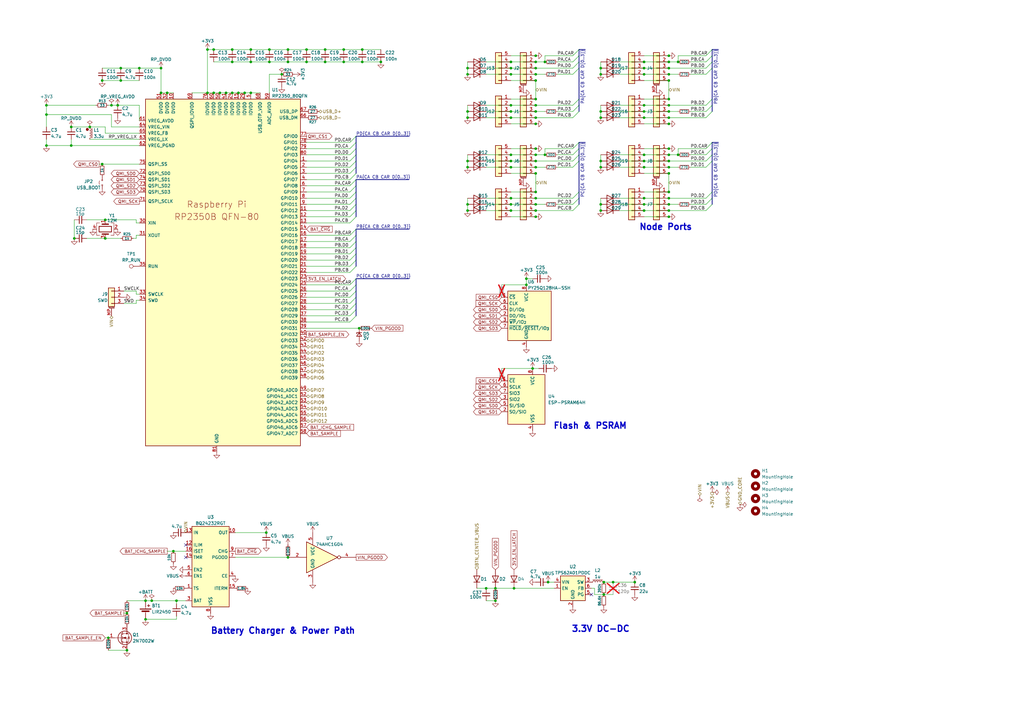
<source format=kicad_sch>
(kicad_sch (version 20250114) (generator "eeschema") (generator_version "9.0")
  (paper "A3")
  (text "Node Ports" (at 273.05 93.218 0) (effects (font (size 2.54 2.54) (thickness 0.508) (bold yes))))
  (text "Battery Charger & Power Path\n" (at 116.078 258.826 0) (effects (font (size 2.54 2.54) (thickness 0.508) (bold yes))))
  (text "3.3V DC-DC\n" (at 246.38 258.064 0) (effects (font (size 2.54 2.54) (thickness 0.508) (bold yes))))
  (text "Flash & PSRAM" (at 242.062 174.752 0) (effects (font (size 2.54 2.54) (thickness 0.508) (bold yes))))
  (junction (at 209.55 30.48))
  (junction (at 66.04 38.1))
  (junction (at 48.26 43.18))
  (junction (at 264.16 63.5))
  (junction (at 219.71 88.9))
  (junction (at 209.55 48.26))
  (junction (at 44.45 261.62))
  (junction (at 264.16 68.58))
  (junction (at 71.12 226.06))
  (junction (at 264.16 48.26))
  (junction (at 219.71 71.12))
  (junction (at 36.83 52.07))
  (junction (at 264.16 81.28))
  (junction (at 246.38 86.36))
  (junction (at 191.77 30.48))
  (junction (at 274.32 45.72))
  (junction (at 246.38 68.58))
  (junction (at 274.32 60.96))
  (junction (at 219.71 25.4))
  (junction (at 251.46 238.76))
  (junction (at 148.59 25.4))
  (junction (at 274.32 40.64))
  (junction (at 110.49 25.4))
  (junction (at 264.16 86.36))
  (junction (at 100.33 38.1))
  (junction (at 87.63 38.1))
  (junction (at 219.71 78.74))
  (junction (at 43.18 97.79))
  (junction (at 203.2 241.3))
  (junction (at 264.16 30.48))
  (junction (at 125.73 25.4))
  (junction (at 109.22 218.44))
  (junction (at 92.71 38.1))
  (junction (at 95.25 25.4))
  (junction (at 43.18 90.17))
  (junction (at 219.71 22.86))
  (junction (at 52.07 251.46))
  (junction (at 118.11 20.32))
  (junction (at 102.87 25.4))
  (junction (at 133.35 25.4))
  (junction (at 219.71 60.96))
  (junction (at 209.55 68.58))
  (junction (at 57.15 27.94))
  (junction (at 66.04 27.94))
  (junction (at 140.97 20.32))
  (junction (at 115.57 30.48))
  (junction (at 140.97 25.4))
  (junction (at 246.38 66.04))
  (junction (at 191.77 68.58))
  (junction (at 219.71 27.94))
  (junction (at 209.55 81.28))
  (junction (at 59.69 254))
  (junction (at 209.55 27.94))
  (junction (at 52.07 266.7))
  (junction (at 274.32 66.04))
  (junction (at 209.55 45.72))
  (junction (at 264.16 27.94))
  (junction (at 125.73 20.32))
  (junction (at 219.71 40.64))
  (junction (at 219.71 81.28))
  (junction (at 215.9 114.3))
  (junction (at 191.77 86.36))
  (junction (at 147.32 134.62))
  (junction (at 95.25 38.1))
  (junction (at 264.16 66.04))
  (junction (at 30.48 97.79))
  (junction (at 209.55 86.36))
  (junction (at 210.82 241.3))
  (junction (at 246.38 45.72))
  (junction (at 223.52 63.5))
  (junction (at 85.09 20.32))
  (junction (at 29.21 52.07))
  (junction (at 49.53 33.02))
  (junction (at 274.32 25.4))
  (junction (at 191.77 48.26))
  (junction (at 102.87 38.1))
  (junction (at 278.13 25.4))
  (junction (at 148.59 20.32))
  (junction (at 90.17 38.1))
  (junction (at 19.05 59.69))
  (junction (at 246.38 48.26))
  (junction (at 191.77 83.82))
  (junction (at 219.71 50.8))
  (junction (at 133.35 20.32))
  (junction (at 219.71 86.36))
  (junction (at 41.91 67.31))
  (junction (at 274.32 27.94))
  (junction (at 191.77 45.72))
  (junction (at 59.69 246.38))
  (junction (at 19.05 43.18))
  (junction (at 203.2 246.38))
  (junction (at 219.71 83.82))
  (junction (at 110.49 20.32))
  (junction (at 246.38 30.48))
  (junction (at 218.44 151.13))
  (junction (at 274.32 83.82))
  (junction (at 264.16 83.82))
  (junction (at 219.71 30.48))
  (junction (at 209.55 66.04))
  (junction (at 274.32 50.8))
  (junction (at 246.38 27.94))
  (junction (at 219.71 48.26))
  (junction (at 191.77 27.94))
  (junction (at 260.35 238.76))
  (junction (at 274.32 86.36))
  (junction (at 118.11 25.4))
  (junction (at 85.09 38.1))
  (junction (at 118.11 228.6))
  (junction (at 209.55 63.5))
  (junction (at 274.32 48.26))
  (junction (at 95.25 20.32))
  (junction (at 219.71 63.5))
  (junction (at 97.79 38.1))
  (junction (at 274.32 81.28))
  (junction (at 247.65 238.76))
  (junction (at 41.91 33.02))
  (junction (at 224.79 238.76))
  (junction (at 209.55 83.82))
  (junction (at 274.32 88.9))
  (junction (at 219.71 45.72))
  (junction (at 209.55 43.18))
  (junction (at 274.32 78.74))
  (junction (at 87.63 20.32))
  (junction (at 219.71 43.18))
  (junction (at 274.32 22.86))
  (junction (at 264.16 43.18))
  (junction (at 156.21 25.4))
  (junction (at 264.16 45.72))
  (junction (at 274.32 68.58))
  (junction (at 247.65 243.84))
  (junction (at 209.55 25.4))
  (junction (at 274.32 30.48))
  (junction (at 68.58 38.1))
  (junction (at 72.39 246.38))
  (junction (at 274.32 33.02))
  (junction (at 219.71 66.04))
  (junction (at 191.77 66.04))
  (junction (at 219.71 68.58))
  (junction (at 274.32 43.18))
  (junction (at 223.52 25.4))
  (junction (at 274.32 71.12))
  (junction (at 19.05 46.99))
  (junction (at 199.39 241.3))
  (junction (at 278.13 63.5))
  (junction (at 45.72 43.18))
  (junction (at 49.53 27.94))
  (junction (at 274.32 63.5))
  (junction (at 246.38 83.82))
  (junction (at 219.71 33.02))
  (junction (at 215.9 116.84))
  (junction (at 29.21 59.69))
  (junction (at 264.16 25.4))
  (junction (at 102.87 20.32))
  (junction (at 62.23 246.38))
  (no_connect (at 76.2 228.6))
  (no_connect (at 76.2 223.52))
  (no_connect (at 242.57 243.84))
  (bus_entry (at 237.49 78.74) (size -2.54 2.54))
  (bus_entry (at 146.05 60.96) (size -2.54 2.54))
  (bus_entry (at 146.05 81.28) (size -2.54 2.54))
  (bus_entry (at 146.05 96.52) (size -2.54 2.54))
  (bus_entry (at 237.49 58.42) (size -2.54 2.54))
  (bus_entry (at 146.05 76.2) (size -2.54 2.54))
  (bus_entry (at 146.05 106.68) (size -2.54 2.54))
  (bus_entry (at 237.49 20.32) (size -2.54 2.54))
  (bus_entry (at 292.1 60.96) (size -2.54 2.54))
  (bus_entry (at 237.49 40.64) (size -2.54 2.54))
  (bus_entry (at 292.1 20.32) (size -2.54 2.54))
  (bus_entry (at 146.05 93.98) (size -2.54 2.54))
  (bus_entry (at 292.1 27.94) (size -2.54 2.54))
  (bus_entry (at 146.05 88.9) (size -2.54 2.54))
  (bus_entry (at 146.05 114.3) (size -2.54 2.54))
  (bus_entry (at 292.1 43.18) (size -2.54 2.54))
  (bus_entry (at 237.49 22.86) (size -2.54 2.54))
  (bus_entry (at 292.1 40.64) (size -2.54 2.54))
  (bus_entry (at 146.05 101.6) (size -2.54 2.54))
  (bus_entry (at 237.49 83.82) (size -2.54 2.54))
  (bus_entry (at 292.1 66.04) (size -2.54 2.54))
  (bus_entry (at 146.05 99.06) (size -2.54 2.54))
  (bus_entry (at 146.05 109.22) (size -2.54 2.54))
  (bus_entry (at 237.49 27.94) (size -2.54 2.54))
  (bus_entry (at 237.49 66.04) (size -2.54 2.54))
  (bus_entry (at 146.05 129.54) (size -2.54 2.54))
  (bus_entry (at 292.1 81.28) (size -2.54 2.54))
  (bus_entry (at 146.05 104.14) (size -2.54 2.54))
  (bus_entry (at 237.49 45.72) (size -2.54 2.54))
  (bus_entry (at 237.49 81.28) (size -2.54 2.54))
  (bus_entry (at 292.1 58.42) (size -2.54 2.54))
  (bus_entry (at 237.49 63.5) (size -2.54 2.54))
  (bus_entry (at 146.05 116.84) (size -2.54 2.54))
  (bus_entry (at 146.05 121.92) (size -2.54 2.54))
  (bus_entry (at 146.05 124.46) (size -2.54 2.54))
  (bus_entry (at 292.1 22.86) (size -2.54 2.54))
  (bus_entry (at 292.1 78.74) (size -2.54 2.54))
  (bus_entry (at 146.05 73.66) (size -2.54 2.54))
  (bus_entry (at 146.05 66.04) (size -2.54 2.54))
  (bus_entry (at 146.05 78.74) (size -2.54 2.54))
  (bus_entry (at 146.05 127) (size -2.54 2.54))
  (bus_entry (at 237.49 25.4) (size -2.54 2.54))
  (bus_entry (at 146.05 55.88) (size -2.54 2.54))
  (bus_entry (at 292.1 25.4) (size -2.54 2.54))
  (bus_entry (at 237.49 43.18) (size -2.54 2.54))
  (bus_entry (at 146.05 83.82) (size -2.54 2.54))
  (bus_entry (at 146.05 63.5) (size -2.54 2.54))
  (bus_entry (at 146.05 68.58) (size -2.54 2.54))
  (bus_entry (at 292.1 63.5) (size -2.54 2.54))
  (bus_entry (at 146.05 86.36) (size -2.54 2.54))
  (bus_entry (at 146.05 58.42) (size -2.54 2.54))
  (bus_entry (at 146.05 71.12) (size -2.54 2.54))
  (bus_entry (at 292.1 83.82) (size -2.54 2.54))
  (bus_entry (at 237.49 60.96) (size -2.54 2.54))
  (bus_entry (at 292.1 45.72) (size -2.54 2.54))
  (bus_entry (at 146.05 119.38) (size -2.54 2.54))
  (wire (pts (xy 100.33 38.1) (xy 102.87 38.1)))
  (wire (pts (xy 95.25 25.4) (xy 102.87 25.4)))
  (wire (pts (xy 219.71 66.04) (xy 234.95 66.04)))
  (wire (pts (xy 72.39 246.38) (xy 76.2 246.38)))
  (wire (pts (xy 95.25 38.1) (xy 97.79 38.1)))
  (wire (pts (xy 228.6 83.82) (xy 234.95 83.82)))
  (wire (pts (xy 274.32 30.48) (xy 278.13 30.48)))
  (wire (pts (xy 55.88 90.17) (xy 55.88 91.44)))
  (wire (pts (xy 118.11 20.32) (xy 125.73 20.32)))
  (wire (pts (xy 209.55 40.64) (xy 219.71 40.64)))
  (wire (pts (xy 191.77 83.82) (xy 191.77 86.36)))
  (wire (pts (xy 57.15 49.53) (xy 57.15 43.18)))
  (wire (pts (xy 283.21 45.72) (xy 289.56 45.72)))
  (wire (pts (xy 62.23 246.38) (xy 72.39 246.38)))
  (wire (pts (xy 274.32 66.04) (xy 289.56 66.04)))
  (wire (pts (xy 264.16 60.96) (xy 274.32 60.96)))
  (wire (pts (xy 125.73 81.28) (xy 143.51 81.28)))
  (wire (pts (xy 254 27.94) (xy 264.16 27.94)))
  (wire (pts (xy 125.73 104.14) (xy 143.51 104.14)))
  (wire (pts (xy 55.88 97.79) (xy 55.88 96.52)))
  (wire (pts (xy 274.32 27.94) (xy 289.56 27.94)))
  (wire (pts (xy 191.77 25.4) (xy 191.77 27.94)))
  (bus (pts (xy 237.49 58.42) (xy 237.49 60.96)))
  (wire (pts (xy 228.6 63.5) (xy 234.95 63.5)))
  (wire (pts (xy 148.59 20.32) (xy 156.21 20.32)))
  (wire (pts (xy 264.16 63.5) (xy 274.32 63.5)))
  (wire (pts (xy 246.38 81.28) (xy 246.38 83.82)))
  (wire (pts (xy 102.87 38.1) (xy 106.68 38.1)))
  (wire (pts (xy 209.55 68.58) (xy 219.71 68.58)))
  (wire (pts (xy 125.73 127) (xy 143.51 127)))
  (bus (pts (xy 292.1 78.74) (xy 292.1 81.28)))
  (wire (pts (xy 219.71 33.02) (xy 219.71 40.64)))
  (wire (pts (xy 125.73 111.76) (xy 143.51 111.76)))
  (bus (pts (xy 146.05 119.38) (xy 146.05 121.92)))
  (wire (pts (xy 195.58 241.3) (xy 199.39 241.3)))
  (wire (pts (xy 223.52 63.5) (xy 223.52 60.96)))
  (wire (pts (xy 264.16 25.4) (xy 274.32 25.4)))
  (wire (pts (xy 30.48 90.17) (xy 30.48 97.79)))
  (wire (pts (xy 118.11 25.4) (xy 125.73 25.4)))
  (wire (pts (xy 199.39 30.48) (xy 209.55 30.48)))
  (wire (pts (xy 215.9 114.3) (xy 218.44 114.3)))
  (wire (pts (xy 274.32 25.4) (xy 278.13 25.4)))
  (wire (pts (xy 41.91 27.94) (xy 49.53 27.94)))
  (wire (pts (xy 220.98 151.13) (xy 218.44 151.13)))
  (wire (pts (xy 125.73 88.9) (xy 143.51 88.9)))
  (wire (pts (xy 278.13 22.86) (xy 289.56 22.86)))
  (wire (pts (xy 191.77 43.18) (xy 191.77 45.72)))
  (wire (pts (xy 242.57 241.3) (xy 243.84 241.3)))
  (wire (pts (xy 191.77 27.94) (xy 191.77 30.48)))
  (wire (pts (xy 199.39 48.26) (xy 209.55 48.26)))
  (bus (pts (xy 146.05 114.3) (xy 146.05 116.84)))
  (wire (pts (xy 219.71 48.26) (xy 234.95 48.26)))
  (wire (pts (xy 110.49 38.1) (xy 110.49 30.48)))
  (wire (pts (xy 45.72 43.18) (xy 48.26 43.18)))
  (wire (pts (xy 209.55 43.18) (xy 219.71 43.18)))
  (wire (pts (xy 59.69 246.38) (xy 62.23 246.38)))
  (wire (pts (xy 78.74 38.1) (xy 85.09 38.1)))
  (wire (pts (xy 125.73 99.06) (xy 143.51 99.06)))
  (wire (pts (xy 59.69 254) (xy 72.39 254)))
  (wire (pts (xy 274.32 86.36) (xy 289.56 86.36)))
  (wire (pts (xy 264.16 22.86) (xy 274.32 22.86)))
  (wire (pts (xy 48.26 43.18) (xy 57.15 43.18)))
  (wire (pts (xy 87.63 38.1) (xy 90.17 38.1)))
  (wire (pts (xy 57.15 27.94) (xy 66.04 27.94)))
  (wire (pts (xy 110.49 20.32) (xy 118.11 20.32)))
  (bus (pts (xy 237.49 20.32) (xy 237.49 22.86)))
  (wire (pts (xy 96.52 218.44) (xy 109.22 218.44)))
  (bus (pts (xy 146.05 63.5) (xy 146.05 66.04)))
  (bus (pts (xy 294.64 58.42) (xy 292.1 58.42)))
  (bus (pts (xy 146.05 78.74) (xy 146.05 81.28)))
  (wire (pts (xy 251.46 238.76) (xy 260.35 238.76)))
  (wire (pts (xy 283.21 68.58) (xy 289.56 68.58)))
  (wire (pts (xy 264.16 68.58) (xy 274.32 68.58)))
  (wire (pts (xy 199.39 63.5) (xy 209.55 63.5)))
  (wire (pts (xy 283.21 63.5) (xy 289.56 63.5)))
  (bus (pts (xy 292.1 81.28) (xy 292.1 83.82)))
  (wire (pts (xy 254 83.82) (xy 264.16 83.82)))
  (wire (pts (xy 209.55 81.28) (xy 219.71 81.28)))
  (wire (pts (xy 246.38 66.04) (xy 246.38 68.58)))
  (bus (pts (xy 237.49 22.86) (xy 237.49 25.4)))
  (wire (pts (xy 264.16 45.72) (xy 274.32 45.72)))
  (wire (pts (xy 199.39 45.72) (xy 209.55 45.72)))
  (wire (pts (xy 125.73 101.6) (xy 143.51 101.6)))
  (wire (pts (xy 133.35 25.4) (xy 140.97 25.4)))
  (wire (pts (xy 243.84 243.84) (xy 247.65 243.84)))
  (wire (pts (xy 191.77 45.72) (xy 191.77 48.26)))
  (wire (pts (xy 125.73 25.4) (xy 133.35 25.4)))
  (wire (pts (xy 125.73 83.82) (xy 143.51 83.82)))
  (bus (pts (xy 146.05 55.88) (xy 146.05 58.42)))
  (bus (pts (xy 146.05 124.46) (xy 146.05 127)))
  (wire (pts (xy 274.32 45.72) (xy 278.13 45.72)))
  (wire (pts (xy 274.32 33.02) (xy 274.32 40.64)))
  (bus (pts (xy 237.49 27.94) (xy 237.49 40.64)))
  (wire (pts (xy 283.21 25.4) (xy 289.56 25.4)))
  (wire (pts (xy 55.88 96.52) (xy 57.15 96.52)))
  (wire (pts (xy 278.13 60.96) (xy 289.56 60.96)))
  (bus (pts (xy 292.1 43.18) (xy 292.1 45.72)))
  (bus (pts (xy 237.49 63.5) (xy 237.49 66.04)))
  (wire (pts (xy 49.53 33.02) (xy 57.15 33.02)))
  (wire (pts (xy 247.65 238.76) (xy 251.46 238.76)))
  (wire (pts (xy 199.39 43.18) (xy 209.55 43.18)))
  (wire (pts (xy 223.52 22.86) (xy 234.95 22.86)))
  (wire (pts (xy 36.83 52.07) (xy 43.18 52.07)))
  (bus (pts (xy 146.05 73.66) (xy 146.05 76.2)))
  (bus (pts (xy 146.05 66.04) (xy 146.05 68.58)))
  (wire (pts (xy 209.55 78.74) (xy 219.71 78.74)))
  (wire (pts (xy 209.55 22.86) (xy 219.71 22.86)))
  (bus (pts (xy 292.1 25.4) (xy 292.1 27.94)))
  (wire (pts (xy 199.39 241.3) (xy 203.2 241.3)))
  (wire (pts (xy 246.38 63.5) (xy 246.38 66.04)))
  (wire (pts (xy 29.21 57.15) (xy 29.21 59.69)))
  (wire (pts (xy 96.52 228.6) (xy 118.11 228.6)))
  (wire (pts (xy 125.73 91.44) (xy 143.51 91.44)))
  (wire (pts (xy 45.72 46.99) (xy 45.72 52.07)))
  (bus (pts (xy 146.05 101.6) (xy 146.05 104.14)))
  (wire (pts (xy 125.73 121.92) (xy 143.51 121.92)))
  (wire (pts (xy 102.87 20.32) (xy 110.49 20.32)))
  (wire (pts (xy 254 30.48) (xy 264.16 30.48)))
  (wire (pts (xy 43.18 54.61) (xy 57.15 54.61)))
  (bus (pts (xy 146.05 93.98) (xy 146.05 96.52)))
  (wire (pts (xy 71.12 226.06) (xy 76.2 226.06)))
  (bus (pts (xy 146.05 55.88) (xy 167.64 55.88)))
  (bus (pts (xy 292.1 27.94) (xy 292.1 40.64)))
  (wire (pts (xy 254 45.72) (xy 264.16 45.72)))
  (wire (pts (xy 125.73 124.46) (xy 143.51 124.46)))
  (wire (pts (xy 43.18 97.79) (xy 49.53 97.79)))
  (wire (pts (xy 203.2 241.3) (xy 210.82 241.3)))
  (wire (pts (xy 219.71 86.36) (xy 234.95 86.36)))
  (wire (pts (xy 228.6 68.58) (xy 234.95 68.58)))
  (wire (pts (xy 254 25.4) (xy 264.16 25.4)))
  (wire (pts (xy 50.8 251.46) (xy 52.07 251.46)))
  (wire (pts (xy 85.09 20.32) (xy 85.09 38.1)))
  (bus (pts (xy 237.49 78.74) (xy 237.49 81.28)))
  (wire (pts (xy 110.49 30.48) (xy 115.57 30.48)))
  (wire (pts (xy 283.21 83.82) (xy 289.56 83.82)))
  (wire (pts (xy 224.79 238.76) (xy 227.33 238.76)))
  (bus (pts (xy 292.1 22.86) (xy 292.1 25.4)))
  (wire (pts (xy 35.56 97.79) (xy 43.18 97.79)))
  (wire (pts (xy 125.73 76.2) (xy 143.51 76.2)))
  (wire (pts (xy 19.05 52.07) (xy 19.05 46.99)))
  (wire (pts (xy 264.16 30.48) (xy 274.32 30.48)))
  (wire (pts (xy 43.18 90.17) (xy 55.88 90.17)))
  (bus (pts (xy 146.05 81.28) (xy 146.05 83.82)))
  (wire (pts (xy 219.71 63.5) (xy 223.52 63.5)))
  (wire (pts (xy 125.73 96.52) (xy 143.51 96.52)))
  (wire (pts (xy 209.55 45.72) (xy 219.71 45.72)))
  (wire (pts (xy 125.73 109.22) (xy 143.51 109.22)))
  (bus (pts (xy 240.03 58.42) (xy 237.49 58.42)))
  (wire (pts (xy 254 43.18) (xy 264.16 43.18)))
  (wire (pts (xy 274.32 81.28) (xy 289.56 81.28)))
  (wire (pts (xy 97.79 38.1) (xy 100.33 38.1)))
  (wire (pts (xy 246.38 27.94) (xy 246.38 30.48)))
  (wire (pts (xy 95.25 20.32) (xy 102.87 20.32)))
  (bus (pts (xy 237.49 43.18) (xy 237.49 45.72)))
  (wire (pts (xy 209.55 48.26) (xy 219.71 48.26)))
  (wire (pts (xy 246.38 45.72) (xy 246.38 48.26)))
  (wire (pts (xy 264.16 83.82) (xy 274.32 83.82)))
  (bus (pts (xy 292.1 20.32) (xy 292.1 22.86)))
  (wire (pts (xy 215.9 114.3) (xy 215.9 116.84)))
  (wire (pts (xy 254 68.58) (xy 264.16 68.58)))
  (wire (pts (xy 219.71 83.82) (xy 223.52 83.82)))
  (wire (pts (xy 110.49 25.4) (xy 118.11 25.4)))
  (bus (pts (xy 146.05 83.82) (xy 146.05 86.36)))
  (wire (pts (xy 125.73 63.5) (xy 143.51 63.5)))
  (wire (pts (xy 133.35 20.32) (xy 140.97 20.32)))
  (wire (pts (xy 85.09 38.1) (xy 87.63 38.1)))
  (wire (pts (xy 283.21 30.48) (xy 289.56 30.48)))
  (wire (pts (xy 264.16 43.18) (xy 274.32 43.18)))
  (wire (pts (xy 140.97 20.32) (xy 148.59 20.32)))
  (wire (pts (xy 29.21 59.69) (xy 57.15 59.69)))
  (bus (pts (xy 146.05 116.84) (xy 146.05 119.38)))
  (wire (pts (xy 205.74 151.13) (xy 218.44 151.13)))
  (wire (pts (xy 125.73 132.08) (xy 143.51 132.08)))
  (wire (pts (xy 50.8 119.38) (xy 55.88 119.38)))
  (wire (pts (xy 243.84 241.3) (xy 243.84 243.84)))
  (bus (pts (xy 292.1 58.42) (xy 292.1 60.96)))
  (wire (pts (xy 210.82 241.3) (xy 227.33 241.3)))
  (wire (pts (xy 72.39 254) (xy 72.39 252.73)))
  (wire (pts (xy 90.17 38.1) (xy 92.71 38.1)))
  (wire (pts (xy 274.32 68.58) (xy 278.13 68.58)))
  (wire (pts (xy 49.53 27.94) (xy 57.15 27.94)))
  (wire (pts (xy 228.6 25.4) (xy 234.95 25.4)))
  (wire (pts (xy 43.18 52.07) (xy 43.18 54.61)))
  (wire (pts (xy 246.38 43.18) (xy 246.38 45.72)))
  (bus (pts (xy 146.05 93.98) (xy 167.64 93.98)))
  (wire (pts (xy 52.07 246.38) (xy 59.69 246.38)))
  (wire (pts (xy 219.71 45.72) (xy 223.52 45.72)))
  (wire (pts (xy 148.59 25.4) (xy 156.21 25.4)))
  (bus (pts (xy 146.05 127) (xy 146.05 129.54)))
  (bus (pts (xy 146.05 73.66) (xy 167.64 73.66)))
  (bus (pts (xy 237.49 40.64) (xy 237.49 43.18)))
  (bus (pts (xy 292.1 40.64) (xy 292.1 43.18)))
  (wire (pts (xy 19.05 59.69) (xy 19.05 57.15)))
  (bus (pts (xy 292.1 60.96) (xy 292.1 63.5)))
  (bus (pts (xy 292.1 63.5) (xy 292.1 66.04)))
  (wire (pts (xy 125.73 71.12) (xy 143.51 71.12)))
  (wire (pts (xy 125.73 68.58) (xy 143.51 68.58)))
  (wire (pts (xy 209.55 30.48) (xy 219.71 30.48)))
  (wire (pts (xy 19.05 59.69) (xy 29.21 59.69)))
  (wire (pts (xy 219.71 68.58) (xy 223.52 68.58)))
  (bus (pts (xy 146.05 114.3) (xy 167.64 114.3)))
  (wire (pts (xy 209.55 88.9) (xy 219.71 88.9)))
  (wire (pts (xy 66.04 27.94) (xy 66.04 38.1)))
  (wire (pts (xy 191.77 81.28) (xy 191.77 83.82)))
  (wire (pts (xy 209.55 27.94) (xy 219.71 27.94)))
  (wire (pts (xy 199.39 246.38) (xy 203.2 246.38)))
  (wire (pts (xy 264.16 33.02) (xy 274.32 33.02)))
  (wire (pts (xy 264.16 40.64) (xy 274.32 40.64)))
  (wire (pts (xy 125.73 129.54) (xy 143.51 129.54)))
  (wire (pts (xy 199.39 86.36) (xy 209.55 86.36)))
  (wire (pts (xy 36.83 57.15) (xy 57.15 57.15)))
  (wire (pts (xy 264.16 88.9) (xy 274.32 88.9)))
  (wire (pts (xy 92.71 38.1) (xy 95.25 38.1)))
  (wire (pts (xy 125.73 116.84) (xy 143.51 116.84)))
  (bus (pts (xy 146.05 96.52) (xy 146.05 99.06)))
  (wire (pts (xy 246.38 83.82) (xy 246.38 86.36)))
  (bus (pts (xy 237.49 25.4) (xy 237.49 27.94)))
  (wire (pts (xy 125.73 86.36) (xy 143.51 86.36)))
  (wire (pts (xy 209.55 33.02) (xy 219.71 33.02)))
  (wire (pts (xy 66.04 38.1) (xy 68.58 38.1)))
  (wire (pts (xy 228.6 45.72) (xy 234.95 45.72)))
  (bus (pts (xy 146.05 86.36) (xy 146.05 88.9)))
  (wire (pts (xy 140.97 25.4) (xy 148.59 25.4)))
  (wire (pts (xy 41.91 33.02) (xy 49.53 33.02)))
  (wire (pts (xy 191.77 66.04) (xy 191.77 68.58)))
  (wire (pts (xy 43.18 261.62) (xy 44.45 261.62)))
  (wire (pts (xy 19.05 43.18) (xy 39.37 43.18)))
  (wire (pts (xy 125.73 58.42) (xy 143.51 58.42)))
  (wire (pts (xy 41.91 67.31) (xy 57.15 67.31)))
  (wire (pts (xy 125.73 66.04) (xy 143.51 66.04)))
  (wire (pts (xy 199.39 81.28) (xy 209.55 81.28)))
  (wire (pts (xy 209.55 83.82) (xy 219.71 83.82)))
  (bus (pts (xy 146.05 104.14) (xy 146.05 106.68)))
  (wire (pts (xy 264.16 27.94) (xy 274.32 27.94)))
  (wire (pts (xy 247.65 243.84) (xy 251.46 243.84)))
  (wire (pts (xy 278.13 63.5) (xy 278.13 60.96)))
  (wire (pts (xy 254 86.36) (xy 264.16 86.36)))
  (wire (pts (xy 219.71 30.48) (xy 223.52 30.48)))
  (wire (pts (xy 219.71 25.4) (xy 223.52 25.4)))
  (bus (pts (xy 146.05 58.42) (xy 146.05 60.96)))
  (wire (pts (xy 68.58 38.1) (xy 71.12 38.1)))
  (wire (pts (xy 45.72 52.07) (xy 57.15 52.07)))
  (wire (pts (xy 125.73 134.62) (xy 147.32 134.62)))
  (wire (pts (xy 44.45 266.7) (xy 52.07 266.7)))
  (wire (pts (xy 125.73 20.32) (xy 133.35 20.32)))
  (wire (pts (xy 209.55 50.8) (xy 219.71 50.8)))
  (wire (pts (xy 264.16 81.28) (xy 274.32 81.28)))
  (wire (pts (xy 72.39 247.65) (xy 72.39 246.38)))
  (wire (pts (xy 125.73 78.74) (xy 143.51 78.74)))
  (wire (pts (xy 278.13 25.4) (xy 278.13 22.86)))
  (wire (pts (xy 254 63.5) (xy 264.16 63.5)))
  (bus (pts (xy 237.49 60.96) (xy 237.49 63.5)))
  (wire (pts (xy 102.87 25.4) (xy 110.49 25.4)))
  (wire (pts (xy 209.55 86.36) (xy 219.71 86.36)))
  (wire (pts (xy 264.16 86.36) (xy 274.32 86.36)))
  (wire (pts (xy 125.73 106.68) (xy 143.51 106.68)))
  (wire (pts (xy 87.63 20.32) (xy 95.25 20.32)))
  (wire (pts (xy 55.88 123.19) (xy 57.15 123.19)))
  (wire (pts (xy 209.55 60.96) (xy 219.71 60.96)))
  (wire (pts (xy 264.16 78.74) (xy 274.32 78.74)))
  (wire (pts (xy 55.88 120.65) (xy 57.15 120.65)))
  (wire (pts (xy 209.55 63.5) (xy 219.71 63.5)))
  (bus (pts (xy 146.05 68.58) (xy 146.05 71.12)))
  (wire (pts (xy 55.88 124.46) (xy 55.88 123.19)))
  (bus (pts (xy 146.05 60.96) (xy 146.05 63.5)))
  (wire (pts (xy 264.16 71.12) (xy 274.32 71.12)))
  (wire (pts (xy 205.74 116.84) (xy 215.9 116.84)))
  (bus (pts (xy 146.05 121.92) (xy 146.05 124.46)))
  (wire (pts (xy 87.63 25.4) (xy 95.25 25.4)))
  (wire (pts (xy 191.77 63.5) (xy 191.77 66.04)))
  (wire (pts (xy 35.56 90.17) (xy 43.18 90.17)))
  (wire (pts (xy 274.32 83.82) (xy 278.13 83.82)))
  (wire (pts (xy 19.05 46.99) (xy 19.05 43.18)))
  (wire (pts (xy 55.88 119.38) (xy 55.88 120.65)))
  (wire (pts (xy 274.32 43.18) (xy 289.56 43.18)))
  (wire (pts (xy 125.73 119.38) (xy 143.51 119.38)))
  (wire (pts (xy 219.71 81.28) (xy 234.95 81.28)))
  (wire (pts (xy 44.45 43.18) (xy 45.72 43.18)))
  (wire (pts (xy 264.16 48.26) (xy 274.32 48.26)))
  (bus (pts (xy 292.1 66.04) (xy 292.1 78.74)))
  (wire (pts (xy 219.71 71.12) (xy 219.71 78.74)))
  (wire (pts (xy 19.05 46.99) (xy 45.72 46.99)))
  (bus (pts (xy 146.05 76.2) (xy 146.05 78.74)))
  (bus (pts (xy 294.64 20.32) (xy 292.1 20.32)))
  (wire (pts (xy 219.71 27.94) (xy 234.95 27.94)))
  (wire (pts (xy 209.55 25.4) (xy 219.71 25.4)))
  (wire (pts (xy 68.58 226.06) (xy 71.12 226.06)))
  (wire (pts (xy 264.16 66.04) (xy 274.32 66.04)))
  (wire (pts (xy 85.09 20.32) (xy 87.63 20.32)))
  (wire (pts (xy 199.39 25.4) (xy 209.55 25.4)))
  (wire (pts (xy 254 66.04) (xy 264.16 66.04)))
  (bus (pts (xy 237.49 81.28) (xy 237.49 83.82)))
  (wire (pts (xy 199.39 83.82) (xy 209.55 83.82)))
  (wire (pts (xy 209.55 71.12) (xy 219.71 71.12)))
  (wire (pts (xy 219.71 43.18) (xy 234.95 43.18)))
  (wire (pts (xy 246.38 25.4) (xy 246.38 27.94)))
  (wire (pts (xy 199.39 27.94) (xy 209.55 27.94)))
  (wire (pts (xy 254 81.28) (xy 264.16 81.28)))
  (wire (pts (xy 50.8 124.46) (xy 55.88 124.46)))
  (wire (pts (xy 54.61 97.79) (xy 55.88 97.79)))
  (wire (pts (xy 228.6 30.48) (xy 234.95 30.48)))
  (bus (pts (xy 146.05 106.68) (xy 146.05 109.22)))
  (wire (pts (xy 199.39 66.04) (xy 209.55 66.04)))
  (wire (pts (xy 199.39 68.58) (xy 209.55 68.58)))
  (wire (pts (xy 55.88 91.44) (xy 57.15 91.44)))
  (wire (pts (xy 264.16 50.8) (xy 274.32 50.8)))
  (wire (pts (xy 223.52 60.96) (xy 234.95 60.96)))
  (wire (pts (xy 274.32 48.26) (xy 289.56 48.26)))
  (wire (pts (xy 209.55 66.04) (xy 219.71 66.04)))
  (bus (pts (xy 146.05 99.06) (xy 146.05 101.6)))
  (wire (pts (xy 274.32 63.5) (xy 278.13 63.5)))
  (wire (pts (xy 40.64 67.31) (xy 41.91 67.31)))
  (wire (pts (xy 125.73 60.96) (xy 143.51 60.96)))
  (wire (pts (xy 125.73 73.66) (xy 143.51 73.66)))
  (wire (pts (xy 254 48.26) (xy 264.16 48.26)))
  (wire (pts (xy 274.32 71.12) (xy 274.32 78.74)))
  (bus (pts (xy 237.49 66.04) (xy 237.49 78.74)))
  (wire (pts (xy 29.21 52.07) (xy 36.83 52.07)))
  (bus (pts (xy 240.03 20.32) (xy 237.49 20.32)))
  (wire (pts (xy 223.52 25.4) (xy 223.52 22.86)))
  (label "PB.D3" (at 283.21 45.72 0))
  (label "PD.D0" (at 283.21 66.04 0))
  (label "PD.CA" (at 137.16 60.96 0))
  (label "PC.D3" (at 137.16 129.54 0))
  (label "PB{CA CB CAR D[0..3]}" (at 146.05 93.98 0))
  (label "PA.D2" (at 137.16 86.36 0))
  (label "PD.D3" (at 283.21 83.82 0))
  (label "PC.CB" (at 137.16 132.08 0))
  (label "PA.D0" (at 137.16 81.28 0))
  (label "PD.CA" (at 283.21 63.5 0))
  (label "PD.D3" (at 137.16 71.12 0))
  (label "PB.CAR" (at 137.16 96.52 0))
  (label "PC.CAR" (at 228.6 60.96 0))
  (label "PC.D0" (at 228.6 66.04 0))
  (label "PA{CA CB CAR D[0..3]}" (at 240.03 20.32 270))
  (label "RP_VREG_LX" (at 44.45 57.15 0))
  (label "PB.D2" (at 283.21 43.18 0))
  (label "PA.D0" (at 228.6 27.94 0))
  (label "SWD" (at 50.8 124.46 0))
  (label "PD.D0" (at 137.16 63.5 0))
  (label "PD.D1" (at 137.16 66.04 0))
  (label "PD.CAR" (at 137.16 58.42 0))
  (label "PC.D2" (at 228.6 81.28 0))
  (label "SWCLK" (at 50.8 119.38 0))
  (label "PC.D0" (at 137.16 121.92 0))
  (label "PB.CB" (at 283.21 48.26 0))
  (label "PD.D2" (at 283.21 81.28 0))
  (label "PB.CA" (at 283.21 25.4 0))
  (label "PB{CA CB CAR D[0..3]}" (at 294.64 20.32 270))
  (label "PA.CAR" (at 228.6 22.86 0))
  (label "PB.D2" (at 137.16 106.68 0))
  (label "PA.D1" (at 137.16 83.82 0))
  (label "PB.D1" (at 283.21 30.48 0))
  (label "PD.CAR" (at 283.21 60.96 0))
  (label "PB.CAR" (at 283.21 22.86 0))
  (label "PD{CA CB CAR D[0..3]}" (at 294.64 58.42 270))
  (label "PA.CB" (at 137.16 91.44 0))
  (label "PB.D0" (at 137.16 101.6 0))
  (label "PB.D3" (at 137.16 109.22 0))
  (label "PA.CAR" (at 137.16 76.2 0))
  (label "PA.CA" (at 228.6 25.4 0))
  (label "PC.CA" (at 137.16 119.38 0))
  (label "PC.CB" (at 228.6 86.36 0))
  (label "PC.D1" (at 137.16 124.46 0))
  (label "PB.D1" (at 137.16 104.14 0))
  (label "PC.D3" (at 228.6 83.82 0))
  (label "PD.CB" (at 137.16 73.66 0))
  (label "PC.D1" (at 228.6 68.58 0))
  (label "PD{CA CB CAR D[0..3]}" (at 146.05 55.88 0))
  (label "PC{CA CB CAR D[0..3]}" (at 240.03 58.42 270))
  (label "PB.CA" (at 137.16 99.06 0))
  (label "PA.D2" (at 228.6 43.18 0))
  (label "PC{CA CB CAR D[0..3]}" (at 146.05 114.3 0))
  (label "PA.D1" (at 228.6 30.48 0))
  (label "PC.D2" (at 137.16 127 0))
  (label "PA.CB" (at 228.6 48.26 0))
  (label "PA.D3" (at 137.16 88.9 0))
  (label "PD.CB" (at 283.21 86.36 0))
  (label "PB.D0" (at 283.21 27.94 0))
  (label "PD.D1" (at 283.21 68.58 0))
  (label "PC.CAR" (at 137.16 116.84 0))
  (label "PC.CA" (at 228.6 63.5 0))
  (label "PA{CA CB CAR D[0..3]}" (at 146.05 73.66 0))
  (label "PB.CB" (at 137.16 111.76 0))
  (label "PA.CA" (at 137.16 78.74 0))
  (label "PD.D2" (at 137.16 68.58 0))
  (label "PA.D3" (at 228.6 45.72 0))
  (global_label "QMI_SCK" (shape output) (at 57.15 82.55 180) (property "Intersheetrefs" "${INTERSHEET_REFS}" (effects (hide yes))))
  (global_label "3V3_EN_LATCH" (shape input) (at 210.82 233.68 90) (property "Intersheetrefs" "${INTERSHEET_REFS}" (effects (hide yes))))
  (global_label "BAT_SAMPLE_EN" (shape output) (at 125.73 137.16 0) (property "Intersheetrefs" "${INTERSHEET_REFS}" (effects (hide yes))))
  (global_label "QMI_SD3" (shape bidirectional) (at 205.74 134.62 180) (property "Intersheetrefs" "${INTERSHEET_REFS}" (effects (hide yes))))
  (global_label "QMI_SD2" (shape bidirectional) (at 57.15 76.2 180) (property "Intersheetrefs" "${INTERSHEET_REFS}" (effects (hide yes))))
  (global_label "QMI_SD0" (shape bidirectional) (at 57.15 71.12 180) (property "Intersheetrefs" "${INTERSHEET_REFS}" (effects (hide yes))))
  (global_label "QMI_CS0" (shape output) (at 40.64 67.31 180) (property "Intersheetrefs" "${INTERSHEET_REFS}" (effects (hide yes))))
  (global_label "QMI_SD1" (shape bidirectional) (at 205.74 168.91 180) (property "Intersheetrefs" "${INTERSHEET_REFS}" (effects (hide yes))))
  (global_label "BAT_ICHG_SAMPLE" (shape input) (at 125.73 175.26 0) (property "Intersheetrefs" "${INTERSHEET_REFS}" (effects (hide yes))))
  (global_label "QMI_SD3" (shape bidirectional) (at 205.74 161.29 180) (property "Intersheetrefs" "${INTERSHEET_REFS}" (effects (hide yes))))
  (global_label "QMI_CS1" (shape output) (at 125.73 55.88 0) (property "Intersheetrefs" "${INTERSHEET_REFS}" (effects (hide yes))))
  (global_label "VIN_PGOOD" (shape input) (at 152.4 134.62 0) (property "Intersheetrefs" "${INTERSHEET_REFS}" (effects (hide yes))))
  (global_label "BAT_ICHG_SAMPLE" (shape output) (at 68.58 226.06 180) (property "Intersheetrefs" "${INTERSHEET_REFS}" (effects (hide yes))))
  (global_label "QMI_SD0" (shape bidirectional) (at 205.74 127 180) (property "Intersheetrefs" "${INTERSHEET_REFS}" (effects (hide yes))))
  (global_label "BAT_SAMPLE_EN" (shape input) (at 43.18 261.62 180) (property "Intersheetrefs" "${INTERSHEET_REFS}" (effects (hide yes))))
  (global_label "QMI_SD3" (shape bidirectional) (at 57.15 78.74 180) (property "Intersheetrefs" "${INTERSHEET_REFS}" (effects (hide yes))))
  (global_label "BAT_~{CHG}" (shape output) (at 96.52 226.06 0) (property "Intersheetrefs" "${INTERSHEET_REFS}" (effects (hide yes))))
  (global_label "VIN_PGOOD" (shape input) (at 203.2 233.68 90) (property "Intersheetrefs" "${INTERSHEET_REFS}" (effects (hide yes))))
  (global_label "BAT_SAMPLE" (shape input) (at 125.73 177.8 0) (property "Intersheetrefs" "${INTERSHEET_REFS}" (effects (hide yes))))
  (global_label "QMI_SCK" (shape input) (at 205.74 124.46 180) (property "Intersheetrefs" "${INTERSHEET_REFS}" (effects (hide yes))))
  (global_label "QMI_SD2" (shape bidirectional) (at 205.74 132.08 180) (property "Intersheetrefs" "${INTERSHEET_REFS}" (effects (hide yes))))
  (global_label "VIN_PGOOD" (shape output) (at 146.05 228.6 0) (property "Intersheetrefs" "${INTERSHEET_REFS}" (effects (hide yes))))
  (global_label "QMI_SD2" (shape bidirectional) (at 205.74 163.83 180) (property "Intersheetrefs" "${INTERSHEET_REFS}" (effects (hide yes))))
  (global_label "QMI_SD0" (shape bidirectional) (at 205.74 166.37 180) (property "Intersheetrefs" "${INTERSHEET_REFS}" (effects (hide yes))))
  (global_label "QMI_SD1" (shape bidirectional) (at 205.74 129.54 180) (property "Intersheetrefs" "${INTERSHEET_REFS}" (effects (hide yes))))
  (global_label "BAT_~{CHG}" (shape input) (at 125.73 93.98 0) (property "Intersheetrefs" "${INTERSHEET_REFS}" (effects (hide yes))))
  (global_label "QMI_CS0" (shape input) (at 205.74 121.92 180) (property "Intersheetrefs" "${INTERSHEET_REFS}" (effects (hide yes))))
  (global_label "QMI_CS1" (shape input) (at 205.74 156.21 180) (property "Intersheetrefs" "${INTERSHEET_REFS}" (effects (hide yes))))
  (global_label "QMI_SD1" (shape bidirectional) (at 57.15 73.66 180) (property "Intersheetrefs" "${INTERSHEET_REFS}" (effects (hide yes))))
  (global_label "QMI_SCK" (shape input) (at 205.74 158.75 180) (property "Intersheetrefs" "${INTERSHEET_REFS}" (effects (hide yes))))
  (global_label "3V3_EN_LATCH" (shape output) (at 125.73 114.3 0) (property "Intersheetrefs" "${INTERSHEET_REFS}" (effects (hide yes))))
  (global_label "BAT_SAMPLE" (shape output) (at 50.8 251.46 180) (property "Intersheetrefs" "${INTERSHEET_REFS}" (effects (hide yes))))
  (hierarchical_label "GPIO12" (shape bidirectional) (at 125.73 172.72 0))
  (hierarchical_label "VIN" (shape bidirectional) (at 76.2 218.44 90))
  (hierarchical_label "BTN_CENTER_VBUS" (shape input) (at 195.58 233.68 90))
  (hierarchical_label "GPIO6" (shape bidirectional) (at 125.73 154.94 0))
  (hierarchical_label "GPIO5" (shape bidirectional) (at 125.73 152.4 0))
  (hierarchical_label "VIN" (shape bidirectional) (at 287.02 203.2 90))
  (hierarchical_label "VIN" (shape bidirectional) (at 274.32 36.83 0))
  (hierarchical_label "GPIO3" (shape bidirectional) (at 125.73 147.32 0))
  (hierarchical_label "VIN" (shape bidirectional) (at 219.71 36.83 0))
  (hierarchical_label "GPIO4" (shape bidirectional) (at 125.73 149.86 0))
  (hierarchical_label "GPIO11" (shape bidirectional) (at 125.73 170.18 0))
  (hierarchical_label "VBUS" (shape output) (at 298.45 201.93 270))
  (hierarchical_label "VIN" (shape bidirectional) (at 219.71 74.93 0))
  (hierarchical_label "GPIO1" (shape bidirectional) (at 125.73 142.24 0))
  (hierarchical_label "GND_CORE" (shape bidirectional) (at 303.53 207.01 90))
  (hierarchical_label "GPIO2" (shape bidirectional) (at 125.73 144.78 0))
  (hierarchical_label "GPIO0" (shape bidirectional) (at 125.73 139.7 0))
  (hierarchical_label "USB_D+" (shape bidirectional) (at 130.81 45.72 0))
  (hierarchical_label "+3V3" (shape output) (at 292.1 201.93 270))
  (hierarchical_label "GPIO8" (shape bidirectional) (at 125.73 162.56 0))
  (hierarchical_label "VIN" (shape bidirectional) (at 45.72 129.54 270))
  (hierarchical_label "GPIO7" (shape bidirectional) (at 125.73 160.02 0))
  (hierarchical_label "GPIO10" (shape bidirectional) (at 125.73 167.64 0))
  (hierarchical_label "USB_D-" (shape bidirectional) (at 130.81 48.26 0))
  (hierarchical_label "GPIO9" (shape bidirectional) (at 125.73 165.1 0))
  (hierarchical_label "VIN" (shape bidirectional) (at 274.32 74.93 0))
  (symbol (lib_id "Device:Crystal_GND24") (at 43.18 93.98 270) (unit 1)
    (property "Reference" "Y1" (at 45.974 88.392 90))
    (property "Value" "12M" (at 45.974 90.424 90))
    (property "Footprint" "Crystal:Crystal_SMD_3225-4Pin_3.2x2.5mm" (effects (hide yes)))
    (property "Description" "Four pin crystal, GND on pins 2 and 4" (effects (hide yes)))
    (property "Link" "https://www.lcsc.com/product-detail/C5310728.html" (effects (hide yes)))
  )
  (symbol (lib_id "power:GND") (at 19.05 59.69 0) (unit 1)
    (property "Reference" "#PWR043" (effects (hide yes)))
    (property "Value" "GND_CORE" (effects (hide yes)))
    (property "Description" "Power symbol creates a global label with name \"GND\" , ground" (effects (hide yes)))
  )
  (symbol (lib_id "power:GND") (at 214.63 38.1 90) (unit 1)
    (property "Reference" "#PWR088" (effects (hide yes)))
    (property "Value" "GND_CORE" (effects (hide yes)))
    (property "Description" "Power symbol creates a global label with name \"GND\" , ground" (effects (hide yes)))
  )
  (symbol (lib_id "power:+3V3") (at 85.09 20.32 0) (unit 1)
    (property "Reference" "#PWR080" (effects (hide yes)))
    (property "Value" "+3V3" (at 85.09 16.764 0))
    (property "Description" "Power symbol creates a global label with name \"+3V3\"" (effects (hide yes)))
  )
  (symbol (lib_id "Connector_Generic:Conn_01x05") (at 204.47 27.94 180) (unit 1)
    (property "Reference" "J13" (at 202.946 27.94 0) (effects (justify left)))
    (property "Value" "P_Male_Fallback" (effects (hide yes)))
    (property "Footprint" "Project:PinHeader_1x05_P2.54mm_Horizontal_NoSilk" (effects (hide yes)))
    (property "Description" "Generic connector, single row, 01x05, script generated (kicad-library-utils/schlib/autogen/connector/)" (effects (hide yes)))
    (property "Link" "https://www.lcsc.com/product-detail/C492413.html" (effects (hide yes)))
  )
  (symbol (lib_id "power:+3V3") (at 19.05 43.18 0) (unit 1)
    (property "Reference" "#PWR082" (effects (hide yes)))
    (property "Value" "+3V3" (at 19.05 39.624 0))
    (property "Description" "Power symbol creates a global label with name \"+3V3\"" (effects (hide yes)))
  )
  (symbol (lib_id "power:GND") (at 71.12 218.44 0) (unit 1)
    (property "Reference" "#PWR026" (effects (hide yes)))
    (property "Value" "GND_CORE" (effects (hide yes)))
    (property "Description" "Power symbol creates a global label with name \"GND\" , ground" (effects (hide yes)))
  )
  (symbol (lib_id "Connector_Generic:Conn_01x05") (at 204.47 45.72 0) (mirror y) (unit 1)
    (property "Reference" "J12" (at 202.946 45.72 0) (effects (justify left)))
    (property "Value" "P_Female_Fallback" (effects (hide yes)))
    (property "Footprint" "Project:PinSocket_1x05_P2.54mm_Horizontal_NoSilk" (effects (hide yes)))
    (property "Description" "Generic connector, single row, 01x05, script generated (kicad-library-utils/schlib/autogen/connector/)" (effects (hide yes)))
    (property "Link" "https://www.lcsc.com/product-detail/C35167.html" (effects (hide yes)))
  )
  (symbol (lib_id "power:GND") (at 76.2 233.68 270) (unit 1)
    (property "Reference" "#PWR020" (effects (hide yes)))
    (property "Value" "GND_CORE" (effects (hide yes)))
    (property "Description" "Power symbol creates a global label with name \"GND\" , ground" (effects (hide yes)))
  )
  (symbol (lib_id "power:PWR_FLAG") (at 303.53 207.01 270) (unit 1)
    (property "Reference" "#FLG08" (effects (hide yes)))
    (property "Value" "PWR_FLAG" (effects (hide yes)))
    (property "Description" "Special symbol for telling ERC where power comes from" (effects (hide yes)))
  )
  (symbol (lib_id "Device:R_Small") (at 52.07 248.92 180) (unit 1)
    (property "Reference" "R18" (effects (hide yes)))
    (property "Value" "10k" (at 52.07 248.92 90) (effects (font (size 1.016 1.016))))
    (property "Footprint" "Resistor_SMD:R_0402_1005Metric" (effects (hide yes)))
    (property "Description" "Resistor, small symbol" (effects (hide yes)))
    (property "Link" "https://www.lcsc.com/product-detail/C2906868.html" (effects (hide yes)))
  )
  (symbol (lib_id "Device:R_Small") (at 118.11 30.48 90) (unit 1)
    (property "Reference" "R24" (at 118.11 28.702 90) (effects (font (size 1.016 1.016))))
    (property "Value" "33" (at 118.11 30.48 90) (effects (font (size 1.016 1.016))))
    (property "Footprint" "Resistor_SMD:R_0402_1005Metric" (effects (hide yes)))
    (property "Description" "Resistor, small symbol" (effects (hide yes)))
    (property "Link" "https://www.lcsc.com/product-detail/C2906868.html" (effects (hide yes)))
  )
  (symbol (lib_id "Connector_Generic:Conn_01x05") (at 259.08 45.72 0) (mirror y) (unit 1)
    (property "Reference" "J16" (at 257.556 45.72 0) (effects (justify left)))
    (property "Value" "P_Female_Fallback" (effects (hide yes)))
    (property "Footprint" "Project:PinSocket_1x05_P2.54mm_Horizontal_NoSilk" (effects (hide yes)))
    (property "Description" "Generic connector, single row, 01x05, script generated (kicad-library-utils/schlib/autogen/connector/)" (effects (hide yes)))
    (property "Link" "https://www.lcsc.com/product-detail/C35167.html" (effects (hide yes)))
  )
  (symbol (lib_id "power:PWR_FLAG") (at 45.72 43.18 0) (unit 1)
    (property "Reference" "#FLG01" (effects (hide yes)))
    (property "Value" "PWR_FLAG" (effects (hide yes)))
    (property "Description" "Special symbol for telling ERC where power comes from" (effects (hide yes)))
  )
  (symbol (lib_id "power:GND") (at 219.71 22.86 90) (unit 1)
    (property "Reference" "#PWR07" (effects (hide yes)))
    (property "Value" "GND_CORE" (effects (hide yes)))
    (property "Description" "Power symbol creates a global label with name \"GND\" , ground" (effects (hide yes)))
  )
  (symbol (lib_id "power:GND") (at 88.9 185.42 0) (unit 1)
    (property "Reference" "#PWR01" (effects (hide yes)))
    (property "Value" "GND_CORE" (effects (hide yes)))
    (property "Description" "Power symbol creates a global label with name \"GND\" , ground" (effects (hide yes)))
  )
  (symbol (lib_id "Diode:ESD5Zxx") (at 250.19 45.72 0) (mirror y) (unit 1)
    (property "Reference" "D22" (at 252.73 44.704 0))
    (property "Value" "ESD5Z3.3-HXY" (effects (hide yes)))
    (property "Footprint" "Diode_SMD:D_SOD-523" (effects (hide yes)))
    (property "Datasheet" "https://www.onsemi.com/pdf/datasheet/esd5z2.5t1-d.pdf" (effects (hide yes)))
    (property "Description" "ESD Protection Diode, SOD-523" (effects (hide yes)))
    (property "Link" "https://www.lcsc.com/product-detail/C4748782.html" (effects (hide yes)))
  )
  (symbol (lib_id "power:GND") (at 41.91 33.02 0) (unit 1)
    (property "Reference" "#PWR014" (effects (hide yes)))
    (property "Value" "GND_CORE" (effects (hide yes)))
    (property "Description" "Power symbol creates a global label with name \"GND\" , ground" (effects (hide yes)))
  )
  (symbol (lib_id "Device:C_Small") (at 33.02 97.79 90) (unit 1)
    (property "Reference" "C24" (at 30.988 93.472 90) (effects (justify right)))
    (property "Value" "15p" (at 30.988 95.25 90) (effects (justify right)))
    (property "Footprint" "Capacitor_SMD:C_0402_1005Metric" (effects (hide yes)))
    (property "Description" "Unpolarized capacitor, small symbol" (effects (hide yes)))
    (property "Link" "https://www.lcsc.com/product-detail/C326803.html" (effects (hide yes)))
  )
  (symbol (lib_id "power:PWR_FLAG") (at 292.1 201.93 270) (unit 1)
    (property "Reference" "#FLG07" (effects (hide yes)))
    (property "Value" "PWR_FLAG" (effects (hide yes)))
    (property "Description" "Special symbol for telling ERC where power comes from" (effects (hide yes)))
  )
  (symbol (lib_id "Connector:TestPoint") (at 57.15 109.22 90) (unit 1) (in_bom no)
    (property "Reference" "TP1" (at 53.848 104.14 90))
    (property "Value" "RP_RUN" (at 53.848 106.68 90))
    (property "Footprint" "TestPoint:TestPoint_THTPad_D1.0mm_Drill0.5mm" (effects (hide yes)))
    (property "Description" "test point" (effects (hide yes)))
  )
  (symbol (lib_id "Device:R_Small") (at 44.45 264.16 180) (unit 1)
    (property "Reference" "R19" (effects (hide yes)))
    (property "Value" "100k" (at 44.45 264.16 90) (effects (font (size 1.016 1.016))))
    (property "Footprint" "Resistor_SMD:R_0402_1005Metric" (effects (hide yes)))
    (property "Description" "Resistor, small symbol" (effects (hide yes)))
    (property "Link" "https://www.lcsc.com/product-detail/C2906868.html" (effects (hide yes)))
  )
  (symbol (lib_id "Device:R_Small") (at 41.91 69.85 180) (unit 1)
    (property "Reference" "R30" (effects (hide yes)))
    (property "Value" "1k" (at 41.91 69.85 90) (effects (font (size 1.016 1.016))))
    (property "Footprint" "Resistor_SMD:R_0603_1608Metric" (effects (hide yes)))
    (property "Description" "Resistor, small symbol" (effects (hide yes)))
    (property "Link" "https://www.lcsc.com/product-detail/C2907002.html" (effects (hide yes)))
  )
  (symbol (lib_id "power:GND") (at 214.63 76.2 90) (unit 1)
    (property "Reference" "#PWR089" (effects (hide yes)))
    (property "Value" "GND_CORE" (effects (hide yes)))
    (property "Description" "Power symbol creates a global label with name \"GND\" , ground" (effects (hide yes)))
  )
  (symbol (lib_id "Device:R_Small") (at 149.86 134.62 270) (unit 1)
    (property "Reference" "R23" (effects (hide yes)))
    (property "Value" "100k" (at 149.86 134.62 90) (effects (font (size 1.016 1.016))))
    (property "Footprint" "Resistor_SMD:R_0402_1005Metric" (effects (hide yes)))
    (property "Description" "Resistor, small symbol" (effects (hide yes)))
    (property "Link" "https://www.lcsc.com/product-detail/C2906868.html" (effects (hide yes)))
  )
  (symbol (lib_id "power:GND") (at 246.38 68.58 0) (unit 1)
    (property "Reference" "#PWR05" (effects (hide yes)))
    (property "Value" "GND_CORE" (effects (hide yes)))
    (property "Description" "Power symbol creates a global label with name \"GND\" , ground" (effects (hide yes)))
  )
  (symbol (lib_id "power:VBUS") (at 224.79 238.76 0) (unit 1)
    (property "Reference" "#PWR091" (effects (hide yes)))
    (property "Value" "VBUS" (at 224.79 235.204 0))
    (property "Description" "Power symbol creates a global label with name \"VBUS\"" (effects (hide yes)))
  )
  (symbol (lib_id "Mechanical:MountingHole") (at 309.88 209.55 0) (unit 1)
    (property "Reference" "H4" (at 312.42 208.2799 0) (effects (justify left)))
    (property "Value" "MountingHole" (at 312.42 210.8199 0) (effects (justify left)))
    (property "Footprint" "MountingHole:MountingHole_2.2mm_M2" (effects (hide yes)))
    (property "Description" "Mounting Hole without connection" (effects (hide yes)))
  )
  (symbol (lib_id "Device:R_Small") (at 99.06 241.3 90) (unit 1)
    (property "Reference" "R16" (effects (hide yes)))
    (property "Value" "1.8k" (at 99.06 241.3 90) (effects (font (size 1.016 1.016))))
    (property "Footprint" "Resistor_SMD:R_0603_1608Metric" (effects (hide yes)))
    (property "Description" "Resistor, small symbol" (effects (hide yes)))
    (property "Link" "https://www.lcsc.com/product-detail/C2906979.html" (effects (hide yes)))
  )
  (symbol (lib_id "power:VCC") (at 29.21 52.07 0) (unit 1)
    (property "Reference" "#PWR015" (effects (hide yes)))
    (property "Value" "RP_DVDD" (at 29.21 48.514 0))
    (property "Description" "Power symbol creates a global label with name \"VCC\"" (effects (hide yes)))
  )
  (symbol (lib_id "Diode:ESD5Zxx") (at 195.58 43.18 0) (mirror y) (unit 1)
    (property "Reference" "D9" (at 198.12 42.164 0))
    (property "Value" "ESD5Z3.3-HXY" (effects (hide yes)))
    (property "Footprint" "Diode_SMD:D_SOD-523" (effects (hide yes)))
    (property "Datasheet" "https://www.onsemi.com/pdf/datasheet/esd5z2.5t1-d.pdf" (effects (hide yes)))
    (property "Description" "ESD Protection Diode, SOD-523" (effects (hide yes)))
    (property "Link" "https://www.lcsc.com/product-detail/C4748782.html" (effects (hide yes)))
  )
  (symbol (lib_id "Device:R_Small") (at 280.67 25.4 90) (unit 1)
    (property "Reference" "R4" (effects (hide yes)))
    (property "Value" "300" (at 280.67 25.4 90) (effects (font (size 1.016 1.016))))
    (property "Footprint" "Resistor_SMD:R_0603_1608Metric" (effects (hide yes)))
    (property "Description" "Resistor, small symbol" (effects (hide yes)))
    (property "Link" "https://www.lcsc.com/product-detail/C2930092.html" (effects (hide yes)))
  )
  (symbol (lib_id "Mechanical:MountingHole") (at 309.88 194.31 0) (unit 1)
    (property "Reference" "H1" (at 312.42 193.0399 0) (effects (justify left)))
    (property "Value" "MountingHole" (at 312.42 195.5799 0) (effects (justify left)))
    (property "Footprint" "MountingHole:MountingHole_2.2mm_M2" (effects (hide yes)))
    (property "Description" "Mounting Hole without connection" (effects (hide yes)))
  )
  (symbol (lib_id "Device:C_Small") (at 260.35 241.3 0) (unit 1)
    (property "Reference" "C8" (at 262.128 240.03 0) (effects (justify left)))
    (property "Value" "22u" (at 262.128 242.57 0) (effects (justify left)))
    (property "Footprint" "Capacitor_SMD:C_0603_1608Metric" (effects (hide yes)))
    (property "Description" "Unpolarized capacitor, small symbol" (effects (hide yes)))
    (property "Link" "https://www.lcsc.com/product-detail/C86295.html" (effects (hide yes)))
  )
  (symbol (lib_id "power:GND") (at 96.52 236.22 0) (unit 1)
    (property "Reference" "#PWR022" (effects (hide yes)))
    (property "Value" "GND_CORE" (effects (hide yes)))
    (property "Description" "Power symbol creates a global label with name \"GND\" , ground" (effects (hide yes)))
  )
  (symbol (lib_id "power:GND") (at 71.12 231.14 0) (unit 1)
    (property "Reference" "#PWR027" (effects (hide yes)))
    (property "Value" "GND_CORE" (effects (hide yes)))
    (property "Description" "Power symbol creates a global label with name \"GND\" , ground" (effects (hide yes)))
  )
  (symbol (lib_id "Mechanical:MountingHole") (at 309.88 204.47 0) (unit 1)
    (property "Reference" "H3" (at 312.42 203.1999 0) (effects (justify left)))
    (property "Value" "MountingHole" (at 312.42 205.7399 0) (effects (justify left)))
    (property "Footprint" "MountingHole:MountingHole_2.2mm_M2" (effects (hide yes)))
    (property "Description" "Mounting Hole without connection" (effects (hide yes)))
  )
  (symbol (lib_id "Diode:ESD5Zxx") (at 195.58 30.48 0) (mirror y) (unit 1)
    (property "Reference" "D8" (at 198.12 29.464 0))
    (property "Value" "ESD5Z3.3-HXY" (effects (hide yes)))
    (property "Footprint" "Diode_SMD:D_SOD-523" (effects (hide yes)))
    (property "Datasheet" "https://www.onsemi.com/pdf/datasheet/esd5z2.5t1-d.pdf" (effects (hide yes)))
    (property "Description" "ESD Protection Diode, SOD-523" (effects (hide yes)))
    (property "Link" "https://www.lcsc.com/product-detail/C4748782.html" (effects (hide yes)))
  )
  (symbol (lib_id "Diode:ESD5Zxx") (at 250.19 30.48 0) (mirror y) (unit 1)
    (property "Reference" "D20" (at 252.73 29.464 0))
    (property "Value" "ESD5Z3.3-HXY" (effects (hide yes)))
    (property "Footprint" "Diode_SMD:D_SOD-523" (effects (hide yes)))
    (property "Datasheet" "https://www.onsemi.com/pdf/datasheet/esd5z2.5t1-d.pdf" (effects (hide yes)))
    (property "Description" "ESD Protection Diode, SOD-523" (effects (hide yes)))
    (property "Link" "https://www.lcsc.com/product-detail/C4748782.html" (effects (hide yes)))
  )
  (symbol (lib_id "Device:R_Small") (at 226.06 30.48 90) (unit 1)
    (property "Reference" "R2" (effects (hide yes)))
    (property "Value" "270" (at 226.06 30.48 90) (effects (font (size 1.016 1.016))))
    (property "Footprint" "Resistor_SMD:R_0603_1608Metric" (effects (hide yes)))
    (property "Description" "Resistor, small symbol" (effects (hide yes)))
    (property "Link" "https://www.lcsc.com/product-detail/C2907020.html" (effects (hide yes)))
  )
  (symbol (lib_id "Connector_Generic:Conn_01x05") (at 269.24 45.72 0) (mirror y) (unit 1)
    (property "Reference" "J3" (at 267.716 45.72 0) (effects (justify left)))
    (property "Value" "P_Female" (effects (hide yes)))
    (property "Footprint" "Project:BC-20-5PD160" (effects (hide yes)))
    (property "Description" "Generic connector, single row, 01x05, script generated (kicad-library-utils/schlib/autogen/connector/)" (effects (hide yes)))
    (property "Link" "https://www.aliexpress.com/item/4000203259512.html" (effects (hide yes)))
  )
  (symbol (lib_id "Project:ESP-PSRAM64") (at 215.9 163.83 0) (mirror y) (unit 1)
    (property "Reference" "U4" (at 224.79 162.5599 0) (effects (justify right)))
    (property "Value" "ESP-PSRAM64H" (at 224.79 165.0999 0) (effects (justify right)))
    (property "Footprint" "Package_SO:SOIC-8_3.9x4.9mm_P1.27mm" (effects (hide yes)))
    (property "Datasheet" "https://cdn-shop.adafruit.com/product-files/4677/4677_esp-psram64_esp-psram64h_datasheet_en.pdf" (effects (hide yes)))
    (property "Description" "64 Mbit serial pseudo SRAM device organized as 8Mx8 bits, 3.3 VCC, SOIC8 (SOP8)" (effects (hide yes)))
  )
  (symbol (lib_id "power:VBUS") (at 128.27 218.44 0) (unit 1)
    (property "Reference" "#PWR06" (effects (hide yes)))
    (property "Value" "VBUS" (at 128.27 214.884 0))
    (property "Description" "Power symbol creates a global label with name \"VBUS\"" (effects (hide yes)))
  )
  (symbol (lib_id "Device:R_Small") (at 247.65 241.3 180) (unit 1)
    (property "Reference" "R21" (effects (hide yes)))
    (property "Value" "390k" (at 245.872 241.3 90) (effects (font (size 1.016 1.016))))
    (property "Footprint" "Resistor_SMD:R_0402_1005Metric" (effects (hide yes)))
    (property "Description" "Resistor, small symbol" (effects (hide yes)))
    (property "Link" "https://www.lcsc.com/product-detail/C2909352.html" (effects (hide yes)))
  )
  (symbol (lib_id "Device:C_Small") (at 199.39 243.84 0) (mirror y) (unit 1)
    (property "Reference" "C37" (at 197.612 243.078 0) (effects (justify left)))
    (property "Value" "100n" (at 197.612 244.856 0) (effects (justify left)))
    (property "Footprint" "Capacitor_SMD:C_0603_1608Metric" (effects (hide yes)))
    (property "Description" "Unpolarized capacitor, small symbol" (effects (hide yes)))
    (property "Link" "https://www.lcsc.com/product-detail/C6119867.html" (effects (hide yes)))
  )
  (symbol (lib_id "74xGxx:74AHC1G04") (at 133.35 228.6 0) (unit 1)
    (property "Reference" "U7" (at 135.128 220.726 0))
    (property "Value" "74AHC1G04" (at 135.128 223.266 0))
    (property "Footprint" "Package_TO_SOT_SMD:SOT-353_SC-70-5" (effects (hide yes)))
    (property "Datasheet" "http://www.ti.com/lit/sg/scyt129e/scyt129e.pdf" (effects (hide yes)))
    (property "Description" "Single NOT Gate, Low-Voltage CMOS" (effects (hide yes)))
    (property "Link" "https://www.lcsc.com/product-detail/C41408446.html" (effects (hide yes)))
  )
  (symbol (lib_id "power:GND") (at 234.95 248.92 0) (unit 1)
    (property "Reference" "#PWR036" (effects (hide yes)))
    (property "Value" "GND_CORE" (effects (hide yes)))
    (property "Description" "Power symbol creates a global label with name \"GND\" , ground" (effects (hide yes)))
  )
  (symbol (lib_id "power:GND") (at 147.32 139.7 0) (unit 1)
    (property "Reference" "#PWR042" (effects (hide yes)))
    (property "Value" "GND_CORE" (effects (hide yes)))
    (property "Description" "Power symbol creates a global label with name \"GND\" , ground" (effects (hide yes)))
  )
  (symbol (lib_id "Project:BQ24232RGT") (at 86.36 233.68 0) (unit 1)
    (property "Reference" "U3" (at 86.36 212.09 0))
    (property "Value" "BQ24232RGT" (at 86.36 214.63 0))
    (property "Footprint" "Project:VQFN-16-1EP_3x3mm_P0.5mm_EP1.68x1.68mm_ThermalVias" (effects (hide yes)))
    (property "Datasheet" "http://www.ti.com/cn/lit/ds/symlink/bq24232.pdf" (effects (hide yes)))
    (property "Description" "USB-Friendly Lithium-Ion Battery Charger And Power-Path Management IC, VQFN-16" (effects (hide yes)))
    (property "Link" "https://www.lcsc.com/product-detail/C528622.html" (effects (hide yes)))
  )
  (symbol (lib_id "power:GND") (at 303.53 207.01 0) (unit 1)
    (property "Reference" "#PWR059" (effects (hide yes)))
    (property "Value" "GND_CORE" (effects (hide yes)))
    (property "Description" "Power symbol creates a global label with name \"GND\" , ground" (effects (hide yes)))
  )
  (symbol (lib_id "Device:R_Small") (at 280.67 63.5 90) (unit 1)
    (property "Reference" "R10" (effects (hide yes)))
    (property "Value" "300" (at 280.67 63.5 90) (effects (font (size 1.016 1.016))))
    (property "Footprint" "Resistor_SMD:R_0603_1608Metric" (effects (hide yes)))
    (property "Description" "Resistor, small symbol" (effects (hide yes)))
    (property "Link" "https://www.lcsc.com/product-detail/C2930092.html" (effects (hide yes)))
  )
  (symbol (lib_id "Diode:ESD5Zxx") (at 250.19 63.5 0) (mirror y) (unit 1)
    (property "Reference" "D24" (at 252.73 62.484 0))
    (property "Value" "ESD5Z3.3-HXY" (effects (hide yes)))
    (property "Footprint" "Diode_SMD:D_SOD-523" (effects (hide yes)))
    (property "Datasheet" "https://www.onsemi.com/pdf/datasheet/esd5z2.5t1-d.pdf" (effects (hide yes)))
    (property "Description" "ESD Protection Diode, SOD-523" (effects (hide yes)))
    (property "Link" "https://www.lcsc.com/product-detail/C4748782.html" (effects (hide yes)))
  )
  (symbol (lib_id "Device:R_Small") (at 203.2 243.84 180) (unit 1)
    (property "Reference" "R34" (effects (hide yes)))
    (property "Value" "100k" (at 203.2 243.84 90) (effects (font (size 1.016 1.016))))
    (property "Footprint" "Resistor_SMD:R_0603_1608Metric" (effects (hide yes)))
    (property "Description" "Resistor, small symbol" (effects (hide yes)))
    (property "Link" "https://www.lcsc.com/product-detail/C2907002.html" (effects (hide yes)))
  )
  (symbol (lib_id "RP2350:RP2350_80QFN") (at 88.9 88.9 0) (unit 1)
    (property "Reference" "U1" (at 111.506 36.83 0) (effects (justify left)))
    (property "Value" "RP2350_80QFN" (at 111.506 39.37 0) (effects (justify left)))
    (property "Footprint" "Project:RP2350-QFN-80-1EP_10x10_P0.4mm_EP3.4x3.4mm_ThermalVias" (effects (hide yes)))
    (property "Datasheet" "https://datasheets.raspberrypi.com/rp2350/rp2350-datasheet.pdf" (effects (hide yes)))
    (property "Link" "https://www.mouser.com/ProductDetail/Raspberry-Pi/SC151013-A4?qs=jcD%2FCkGBYeM5TtP1Ew4BSg%3D%3D" (effects (hide yes)))
  )
  (symbol (lib_id "power:GND") (at 274.32 60.96 90) (unit 1)
    (property "Reference" "#PWR013" (effects (hide yes)))
    (property "Value" "GND_CORE" (effects (hide yes)))
    (property "Description" "Power symbol creates a global label with name \"GND\" , ground" (effects (hide yes)))
  )
  (symbol (lib_id "power:VBUS") (at 109.22 218.44 0) (unit 1)
    (property "Reference" "#PWR04" (effects (hide yes)))
    (property "Value" "VBUS" (at 109.22 214.884 0))
    (property "Description" "Power symbol creates a global label with name \"VBUS\"" (effects (hide yes)))
  )
  (symbol (lib_id "power:GND") (at 269.24 38.1 90) (unit 1)
    (property "Reference" "#PWR090" (effects (hide yes)))
    (property "Value" "GND_CORE" (effects (hide yes)))
    (property "Description" "Power symbol creates a global label with name \"GND\" , ground" (effects (hide yes)))
  )
  (symbol (lib_id "power:GND") (at 38.1 93.98 0) (unit 1)
    (property "Reference" "#PWR061" (effects (hide yes)))
    (property "Value" "GND_CORE" (effects (hide yes)))
    (property "Description" "Power symbol creates a global label with name \"GND\" , ground" (effects (hide yes)))
  )
  (symbol (lib_id "Connector_Generic_MountingPin:Conn_01x05_MountingPin") (at 269.24 66.04 0) (mirror y) (unit 1)
    (property "Reference" "J8" (at 267.716 66.04 0) (effects (justify left)))
    (property "Value" "P_Male" (effects (hide yes)))
    (property "Footprint" "Project:BC-15-5P380" (effects (hide yes)))
    (property "Description" "Generic connectable mounting pin connector, single row, 01x05, script generated (kicad-library-utils/schlib/autogen/connector/)" (effects (hide yes)))
    (property "Link" "https://www.aliexpress.com/item/1005004198626809.html" (effects (hide yes)))
  )
  (symbol (lib_id "power:GND") (at 71.12 241.3 0) (unit 1)
    (property "Reference" "#PWR029" (effects (hide yes)))
    (property "Value" "GND_CORE" (effects (hide yes)))
    (property "Description" "Power symbol creates a global label with name \"GND\" , ground" (effects (hide yes)))
  )
  (symbol (lib_id "Connector_Generic:Conn_01x05") (at 204.47 66.04 180) (unit 1)
    (property "Reference" "J15" (at 202.946 66.04 0) (effects (justify left)))
    (property "Value" "P_Male_Fallback" (effects (hide yes)))
    (property "Footprint" "Project:PinHeader_1x05_P2.54mm_Horizontal_NoSilk" (effects (hide yes)))
    (property "Description" "Generic connector, single row, 01x05, script generated (kicad-library-utils/schlib/autogen/connector/)" (effects (hide yes)))
    (property "Link" "https://www.lcsc.com/product-detail/C492413.html" (effects (hide yes)))
  )
  (symbol (lib_id "power:VBUS") (at 298.45 201.93 0) (unit 1)
    (property "Reference" "#PWR012" (effects (hide yes)))
    (property "Value" "VBUS" (at 298.45 198.374 0))
    (property "Description" "Power symbol creates a global label with name \"VBUS\"" (effects (hide yes)))
  )
  (symbol (lib_id "Diode:ESD5Zxx") (at 250.19 83.82 0) (mirror y) (unit 1)
    (property "Reference" "D28" (at 252.73 82.804 0))
    (property "Value" "ESD5Z3.3-HXY" (effects (hide yes)))
    (property "Footprint" "Diode_SMD:D_SOD-523" (effects (hide yes)))
    (property "Datasheet" "https://www.onsemi.com/pdf/datasheet/esd5z2.5t1-d.pdf" (effects (hide yes)))
    (property "Description" "ESD Protection Diode, SOD-523" (effects (hide yes)))
    (property "Link" "https://www.lcsc.com/product-detail/C4748782.html" (effects (hide yes)))
  )
  (symbol (lib_id "power:GND") (at 191.77 68.58 0) (unit 1)
    (property "Reference" "#PWR084" (effects (hide yes)))
    (property "Value" "GND_CORE" (effects (hide yes)))
    (property "Description" "Power symbol creates a global label with name \"GND\" , ground" (effects (hide yes)))
  )
  (symbol (lib_id "power:GND") (at 219.71 88.9 90) (unit 1)
    (property "Reference" "#PWR047" (effects (hide yes)))
    (property "Value" "GND_CORE" (effects (hide yes)))
    (property "Description" "Power symbol creates a global label with name \"GND\" , ground" (effects (hide yes)))
  )
  (symbol (lib_id "power:GND") (at 203.2 246.38 0) (unit 1)
    (property "Reference" "#PWR074" (effects (hide yes)))
    (property "Value" "GND_CORE" (effects (hide yes)))
    (property "Description" "Power symbol creates a global label with name \"GND\" , ground" (effects (hide yes)))
  )
  (symbol (lib_id "Diode:ESD5Zxx") (at 195.58 83.82 0) (mirror y) (unit 1)
    (property "Reference" "D16" (at 198.12 82.804 0))
    (property "Value" "ESD5Z3.3-HXY" (effects (hide yes)))
    (property "Footprint" "Diode_SMD:D_SOD-523" (effects (hide yes)))
    (property "Datasheet" "https://www.onsemi.com/pdf/datasheet/esd5z2.5t1-d.pdf" (effects (hide yes)))
    (property "Description" "ESD Protection Diode, SOD-523" (effects (hide yes)))
    (property "Link" "https://www.lcsc.com/product-detail/C4748782.html" (effects (hide yes)))
  )
  (symbol (lib_id "Jumper:Jumper_2_Small_Open") (at 41.91 74.93 90) (unit 1)
    (property "Reference" "JP2" (at 36.322 74.422 90))
    (property "Value" "USB_BOOT" (at 36.322 76.962 90))
    (property "Footprint" "Connector_PinHeader_1.00mm:PinHeader_1x02_P1.00mm_Vertical" (effects (hide yes)))
    (property "Description" "Jumper, 2-pole, small symbol, open" (effects (hide yes)))
  )
  (symbol (lib_id "Device:R_Small") (at 280.67 45.72 90) (unit 1)
    (property "Reference" "R6" (effects (hide yes)))
    (property "Value" "270" (at 280.67 45.72 90) (effects (font (size 1.016 1.016))))
    (property "Footprint" "Resistor_SMD:R_0603_1608Metric" (effects (hide yes)))
    (property "Description" "Resistor, small symbol" (effects (hide yes)))
    (property "Link" "https://www.lcsc.com/product-detail/C2907020.html" (effects (hide yes)))
  )
  (symbol (lib_id "power:GND") (at 48.26 93.98 0) (unit 1)
    (property "Reference" "#PWR050" (effects (hide yes)))
    (property "Value" "GND_CORE" (effects (hide yes)))
    (property "Description" "Power symbol creates a global label with name \"GND\" , ground" (effects (hide yes)))
  )
  (symbol (lib_id "Transistor_FET:2N7002") (at 49.53 261.62 0) (unit 1)
    (property "Reference" "Q1" (at 54.356 260.35 0) (effects (justify left)))
    (property "Value" "2N7002W" (at 54.356 262.89 0) (effects (justify left)))
    (property "Footprint" "Package_TO_SOT_SMD:SOT-323_SC-70" (effects (hide yes)))
    (property "Datasheet" "https://www.onsemi.com/pub/Collateral/NDS7002A-D.PDF" (effects (hide yes)))
    (property "Description" "0.115A Id, 60V Vds, N-Channel MOSFET, SOT-23" (effects (hide yes)))
    (property "Link" "https://www.lcsc.com/product-detail/C7420322.html" (effects (hide yes)))
  )
  (symbol (lib_id "Device:C_Small") (at 48.26 45.72 0) (unit 1)
    (property "Reference" "C2" (at 50.038 44.45 0) (effects (justify left)))
    (property "Value" "4.7u" (at 50.038 46.99 0) (effects (justify left)))
    (property "Footprint" "Capacitor_SMD:C_0402_1005Metric" (effects (hide yes)))
    (property "Description" "Unpolarized capacitor, small symbol" (effects (hide yes)))
    (property "Link" "https://www.lcsc.com/product-detail/C368809.html" (effects (hide yes)))
  )
  (symbol (lib_id "Device:R_Small") (at 41.91 43.18 90) (unit 1)
    (property "Reference" "R13" (at 41.91 41.402 90) (effects (font (size 1.016 1.016))))
    (property "Value" "33" (at 41.91 43.18 90) (effects (font (size 1.016 1.016))))
    (property "Footprint" "Resistor_SMD:R_0402_1005Metric" (effects (hide yes)))
    (property "Description" "Resistor, small symbol" (effects (hide yes)))
    (property "Link" "https://www.lcsc.com/product-detail/C2906868.html" (effects (hide yes)))
  )
  (symbol (lib_id "Mechanical:MountingHole") (at 309.88 199.39 0) (unit 1)
    (property "Reference" "H2" (at 312.42 198.1199 0) (effects (justify left)))
    (property "Value" "MountingHole" (at 312.42 200.6599 0) (effects (justify left)))
    (property "Footprint" "MountingHole:MountingHole_2.2mm_M2" (effects (hide yes)))
    (property "Description" "Mounting Hole without connection" (effects (hide yes)))
  )
  (symbol (lib_id "Diode:1N4148WT") (at 210.82 237.49 90) (unit 1)
    (property "Reference" "D4" (at 212.344 237.49 90) (effects (justify right)))
    (property "Value" "1N4148WT" (effects (hide yes)))
    (property "Footprint" "Diode_SMD:D_SOD-523" (effects (hide yes)))
    (property "Datasheet" "https://www.diodes.com/assets/Datasheets/ds30396.pdf" (effects (hide yes)))
    (property "Description" "75V 0.15A Fast switching Diode, SOD-523" (effects (hide yes)))
    (property "Sim.Device" "D" (effects (hide yes)))
    (property "Sim.Pins" "1=K 2=A" (effects (hide yes)))
    (property "Link" "https://www.lcsc.com/product-detail/C917006.html" (effects (hide yes)))
  )
  (symbol (lib_id "Device:C_Small") (at 33.02 90.17 90) (unit 1)
    (property "Reference" "C23" (at 30.988 85.852 90) (effects (justify right)))
    (property "Value" "15p" (at 30.988 87.63 90) (effects (justify right)))
    (property "Footprint" "Capacitor_SMD:C_0402_1005Metric" (effects (hide yes)))
    (property "Description" "Unpolarized capacitor, small symbol" (effects (hide yes)))
    (property "Link" "https://www.lcsc.com/product-detail/C326803.html" (effects (hide yes)))
  )
  (symbol (lib_id "Diode:ESD5Zxx") (at 250.19 68.58 0) (mirror y) (unit 1)
    (property "Reference" "D26" (at 252.73 67.564 0))
    (property "Value" "ESD5Z3.3-HXY" (effects (hide yes)))
    (property "Footprint" "Diode_SMD:D_SOD-523" (effects (hide yes)))
    (property "Datasheet" "https://www.onsemi.com/pdf/datasheet/esd5z2.5t1-d.pdf" (effects (hide yes)))
    (property "Description" "ESD Protection Diode, SOD-523" (effects (hide yes)))
    (property "Link" "https://www.lcsc.com/product-detail/C4748782.html" (effects (hide yes)))
  )
  (symbol (lib_id "Device:L_Ferrite_Small") (at 245.11 238.76 90) (unit 1)
    (property "Reference" "L2" (at 245.11 233.934 90))
    (property "Value" "1u" (at 245.11 236.474 90))
    (property "Footprint" "Inductor_SMD:L_Wuerth_MAPI-2010" (effects (hide yes)))
    (property "Description" "DFE252012F-1R0M" (effects (hide yes)))
    (property "Link" "https://www.lcsc.com/product-detail/C435392.html" (effects (hide yes)))
  )
  (symbol (lib_id "power:GND") (at 260.35 243.84 0) (unit 1)
    (property "Reference" "#PWR032" (effects (hide yes)))
    (property "Value" "GND_CORE" (effects (hide yes)))
    (property "Description" "Power symbol creates a global label with name \"GND\" , ground" (effects (hide yes)))
  )
  (symbol (lib_id "Device:R_Small") (at 118.11 226.06 0) (mirror y) (unit 1)
    (property "Reference" "R22" (effects (hide yes)))
    (property "Value" "100k" (at 118.11 226.06 90) (effects (font (size 1.016 1.016))))
    (property "Footprint" "Resistor_SMD:R_0402_1005Metric" (effects (hide yes)))
    (property "Description" "Resistor, small symbol" (effects (hide yes)))
    (property "Link" "https://www.lcsc.com/product-detail/C2906868.html" (effects (hide yes)))
  )
  (symbol (lib_id "Device:C_Small") (at 19.05 54.61 0) (unit 1)
    (property "Reference" "C3" (at 20.828 53.34 0) (effects (justify left)))
    (property "Value" "4.7u" (at 20.828 55.88 0) (effects (justify left)))
    (property "Footprint" "Capacitor_SMD:C_0402_1005Metric" (effects (hide yes)))
    (property "Description" "Unpolarized capacitor, small symbol" (effects (hide yes)))
    (property "Link" "https://www.lcsc.com/product-detail/C368809.html" (effects (hide yes)))
  )
  (symbol (lib_id "Device:C_Small") (at 133.35 22.86 0) (unit 1)
    (property "Reference" "C19" (at 135.128 21.59 0) (effects (justify left)))
    (property "Value" "100n" (at 135.128 24.13 0) (effects (justify left)))
    (property "Footprint" "Capacitor_SMD:C_0402_1005Metric" (effects (hide yes)))
    (property "Description" "Unpolarized capacitor, small symbol" (effects (hide yes)))
    (property "Link" "https://www.lcsc.com/product-detail/C60474.html" (effects (hide yes)))
  )
  (symbol (lib_id "Device:C_Small") (at 140.97 22.86 0) (unit 1)
    (property "Reference" "C20" (at 142.748 21.59 0) (effects (justify left)))
    (property "Value" "100n" (at 142.748 24.13 0) (effects (justify left)))
    (property "Footprint" "Capacitor_SMD:C_0402_1005Metric" (effects (hide yes)))
    (property "Description" "Unpolarized capacitor, small symbol" (effects (hide yes)))
    (property "Link" "https://www.lcsc.com/product-detail/C60474.html" (effects (hide yes)))
  )
  (symbol (lib_id "power:GND") (at 115.57 35.56 0) (unit 1)
    (property "Reference" "#PWR045" (effects (hide yes)))
    (property "Value" "GND_CORE" (effects (hide yes)))
    (property "Description" "Power symbol creates a global label with name \"GND\" , ground" (effects (hide yes)))
  )
  (symbol (lib_id "power:PWR_FLAG") (at 115.57 30.48 0) (unit 1)
    (property "Reference" "#FLG03" (effects (hide yes)))
    (property "Value" "PWR_FLAG" (effects (hide yes)))
    (property "Description" "Special symbol for telling ERC where power comes from" (effects (hide yes)))
  )
  (symbol (lib_id "Device:R_Small") (at 52.07 97.79 90) (unit 1)
    (property "Reference" "R25" (at 52.07 96.012 90) (effects (font (size 1.016 1.016))))
    (property "Value" "1k" (at 52.07 97.79 90) (effects (font (size 1.016 1.016))))
    (property "Footprint" "Resistor_SMD:R_0402_1005Metric" (effects (hide yes)))
    (property "Description" "Resistor, small symbol" (effects (hide yes)))
    (property "Link" "https://www.lcsc.com/product-detail/C2906864.html" (effects (hide yes)))
  )
  (symbol (lib_id "Connector_Generic:Conn_01x05") (at 259.08 66.04 180) (unit 1)
    (property "Reference" "J19" (at 257.556 66.04 0) (effects (justify left)))
    (property "Value" "P_Male_Fallback" (effects (hide yes)))
    (property "Footprint" "Project:PinHeader_1x05_P2.54mm_Horizontal_NoSilk" (effects (hide yes)))
    (property "Description" "Generic connector, single row, 01x05, script generated (kicad-library-utils/schlib/autogen/connector/)" (effects (hide yes)))
    (property "Link" "https://www.lcsc.com/product-detail/C492413.html" (effects (hide yes)))
  )
  (symbol (lib_id "power:VCC") (at 48.26 43.18 0) (unit 1)
    (property "Reference" "#PWR017" (effects (hide yes)))
    (property "Value" "RP_VREG_AVDD" (at 48.26 39.624 0))
    (property "Description" "Power symbol creates a global label with name \"VCC\"" (effects (hide yes)))
  )
  (symbol (lib_id "power:GND") (at 246.38 30.48 0) (unit 1)
    (property "Reference" "#PWR02" (effects (hide yes)))
    (property "Value" "GND_CORE" (effects (hide yes)))
    (property "Description" "Power symbol creates a global label with name \"GND\" , ground" (effects (hide yes)))
  )
  (symbol (lib_id "Device:C_Small") (at 156.21 22.86 0) (unit 1)
    (property "Reference" "C22" (at 157.988 21.59 0) (effects (justify left)))
    (property "Value" "100n" (at 157.988 24.13 0) (effects (justify left)))
    (property "Footprint" "Capacitor_SMD:C_0402_1005Metric" (effects (hide yes)))
    (property "Description" "Unpolarized capacitor, small symbol" (effects (hide yes)))
    (property "Link" "https://www.lcsc.com/product-detail/C60474.html" (effects (hide yes)))
  )
  (symbol (lib_id "Device:C_Small") (at 220.98 114.3 90) (unit 1)
    (property "Reference" "C25" (at 219.71 109.728 90) (effects (justify right)))
    (property "Value" "100n" (at 219.71 111.76 90) (effects (justify right)))
    (property "Footprint" "Capacitor_SMD:C_0402_1005Metric" (effects (hide yes)))
    (property "Description" "Unpolarized capacitor, small symbol" (effects (hide yes)))
    (property "Link" "https://www.lcsc.com/product-detail/C60474.html" (effects (hide yes)))
  )
  (symbol (lib_id "Device:R_Small") (at 128.27 45.72 90) (unit 1)
    (property "Reference" "R26" (at 128.27 43.942 90) (effects (font (size 1.016 1.016))))
    (property "Value" "27" (at 128.27 45.72 90) (effects (font (size 1.016 1.016))))
    (property "Footprint" "Resistor_SMD:R_0402_1005Metric" (effects (hide yes)))
    (property "Description" "Resistor, small symbol" (effects (hide yes)))
    (property "Link" "https://www.lcsc.com/product-detail/C2909343.html" (effects (hide yes)))
  )
  (symbol (lib_id "Diode:ESD5Zxx") (at 195.58 66.04 0) (mirror y) (unit 1)
    (property "Reference" "D13" (at 198.12 65.024 0))
    (property "Value" "ESD5Z3.3-HXY" (effects (hide yes)))
    (property "Footprint" "Diode_SMD:D_SOD-523" (effects (hide yes)))
    (property "Datasheet" "https://www.onsemi.com/pdf/datasheet/esd5z2.5t1-d.pdf" (effects (hide yes)))
    (property "Description" "ESD Protection Diode, SOD-523" (effects (hide yes)))
    (property "Link" "https://www.lcsc.com/product-detail/C4748782.html" (effects (hide yes)))
  )
  (symbol (lib_id "Device:R_Small") (at 280.67 68.58 90) (unit 1)
    (property "Reference" "R11" (effects (hide yes)))
    (property "Value" "270" (at 280.67 68.58 90) (effects (font (size 1.016 1.016))))
    (property "Footprint" "Resistor_SMD:R_0603_1608Metric" (effects (hide yes)))
    (property "Description" "Resistor, small symbol" (effects (hide yes)))
    (property "Link" "https://www.lcsc.com/product-detail/C2907020.html" (effects (hide yes)))
  )
  (symbol (lib_id "Device:R_Small") (at 71.12 228.6 180) (unit 1)
    (property "Reference" "R15" (effects (hide yes)))
    (property "Value" "10k" (at 69.342 228.6 90) (effects (font (size 1.016 1.016))))
    (property "Footprint" "Resistor_SMD:R_0603_1608Metric" (effects (hide yes)))
    (property "Description" "Resistor, small symbol" (effects (hide yes)))
    (property "Link" "https://www.lcsc.com/product-detail/C2906982.html" (effects (hide yes)))
  )
  (symbol (lib_id "Device:R_Small") (at 226.06 45.72 90) (unit 1)
    (property "Reference" "R3" (effects (hide yes)))
    (property "Value" "270" (at 226.06 45.72 90) (effects (font (size 1.016 1.016))))
    (property "Footprint" "Resistor_SMD:R_0603_1608Metric" (effects (hide yes)))
    (property "Description" "Resistor, small symbol" (effects (hide yes)))
    (property "Link" "https://www.lcsc.com/product-detail/C2907020.html" (effects (hide yes)))
  )
  (symbol (lib_id "Diode:ESD5Zxx") (at 195.58 86.36 0) (mirror y) (unit 1)
    (property "Reference" "D17" (at 198.12 85.344 0))
    (property "Value" "ESD5Z3.3-HXY" (effects (hide yes)))
    (property "Footprint" "Diode_SMD:D_SOD-523" (effects (hide yes)))
    (property "Datasheet" "https://www.onsemi.com/pdf/datasheet/esd5z2.5t1-d.pdf" (effects (hide yes)))
    (property "Description" "ESD Protection Diode, SOD-523" (effects (hide yes)))
    (property "Link" "https://www.lcsc.com/product-detail/C4748782.html" (effects (hide yes)))
  )
  (symbol (lib_id "Device:C_Small") (at 41.91 30.48 0) (unit 1)
    (property "Reference" "C11" (at 43.688 29.21 0) (effects (justify left)))
    (property "Value" "100n" (at 43.688 31.75 0) (effects (justify left)))
    (property "Footprint" "Capacitor_SMD:C_0402_1005Metric" (effects (hide yes)))
    (property "Description" "Unpolarized capacitor, small symbol" (effects (hide yes)))
    (property "Link" "https://www.lcsc.com/product-detail/C60474.html" (effects (hide yes)))
  )
  (symbol (lib_id "Connector_Generic:Conn_01x05") (at 214.63 83.82 0) (mirror y) (unit 1)
    (property "Reference" "J5" (at 213.106 83.82 0) (effects (justify left)))
    (property "Value" "P_Female" (effects (hide yes)))
    (property "Footprint" "Project:BC-20-5PD160" (effects (hide yes)))
    (property "Description" "Generic connector, single row, 01x05, script generated (kicad-library-utils/schlib/autogen/connector/)" (effects (hide yes)))
    (property "Link" "https://www.aliexpress.com/item/4000203259512.html" (effects (hide yes)))
  )
  (symbol (lib_id "Device:C_Small") (at 223.52 151.13 90) (unit 1)
    (property "Reference" "C26" (at 222.25 146.558 90) (effects (justify right)))
    (property "Value" "100n" (at 222.25 148.59 90) (effects (justify right)))
    (property "Footprint" "Capacitor_SMD:C_0402_1005Metric" (effects (hide yes)))
    (property "Description" "Unpolarized capacitor, small symbol" (effects (hide yes)))
    (property "Link" "https://www.lcsc.com/product-detail/C60474.html" (effects (hide yes)))
  )
  (symbol (lib_id "power:GND") (at 219.71 50.8 90) (unit 1)
    (property "Reference" "#PWR08" (effects (hide yes)))
    (property "Value" "GND_CORE" (effects (hide yes)))
    (property "Description" "Power symbol creates a global label with name \"GND\" , ground" (effects (hide yes)))
  )
  (symbol (lib_id "Device:R_Small") (at 280.67 30.48 90) (unit 1)
    (property "Reference" "R5" (effects (hide yes)))
    (property "Value" "270" (at 280.67 30.48 90) (effects (font (size 1.016 1.016))))
    (property "Footprint" "Resistor_SMD:R_0603_1608Metric" (effects (hide yes)))
    (property "Description" "Resistor, small symbol" (effects (hide yes)))
    (property "Link" "https://www.lcsc.com/product-detail/C2907020.html" (effects (hide yes)))
  )
  (symbol (lib_id "power:GND") (at 30.48 97.79 0) (unit 1)
    (property "Reference" "#PWR051" (effects (hide yes)))
    (property "Value" "GND_CORE" (effects (hide yes)))
    (property "Description" "Power symbol creates a global label with name \"GND\" , ground" (effects (hide yes)))
  )
  (symbol (lib_id "power:GND") (at 219.71 60.96 90) (unit 1)
    (property "Reference" "#PWR048" (effects (hide yes)))
    (property "Value" "GND_CORE" (effects (hide yes)))
    (property "Description" "Power symbol creates a global label with name \"GND\" , ground" (effects (hide yes)))
  )
  (symbol (lib_id "power:GND") (at 191.77 48.26 0) (unit 1)
    (property "Reference" "#PWR083" (effects (hide yes)))
    (property "Value" "GND_CORE" (effects (hide yes)))
    (property "Description" "Power symbol creates a global label with name \"GND\" , ground" (effects (hide yes)))
  )
  (symbol (lib_id "Device:C_Small") (at 102.87 22.86 0) (unit 1)
    (property "Reference" "C15" (at 104.648 21.59 0) (effects (justify left)))
    (property "Value" "100n" (at 104.648 24.13 0) (effects (justify left)))
    (property "Footprint" "Capacitor_SMD:C_0402_1005Metric" (effects (hide yes)))
    (property "Description" "Unpolarized capacitor, small symbol" (effects (hide yes)))
    (property "Link" "https://www.lcsc.com/product-detail/C60474.html" (effects (hide yes)))
  )
  (symbol (lib_id "Device:R_Small") (at 205.74 153.67 180) (unit 1) (dnp yes)
    (property "Reference" "R29" (effects (hide yes)))
    (property "Value" "100k" (at 205.74 153.67 90) (effects (font (size 1.016 1.016))))
    (property "Footprint" "Resistor_SMD:R_0603_1608Metric" (effects (hide yes)))
    (property "Description" "Resistor, small symbol" (effects (hide yes)))
    (property "Link" "https://www.lcsc.com/product-detail/C2907002.html" (effects (hide yes)))
  )
  (symbol (lib_id "Connector_Generic:Conn_01x05") (at 214.63 45.72 0) (mirror y) (unit 1)
    (property "Reference" "J1" (at 213.106 45.72 0) (effects (justify left)))
    (property "Value" "P_Female" (effects (hide yes)))
    (property "Footprint" "Project:BC-20-5PD160" (effects (hide yes)))
    (property "Description" "Generic connector, single row, 01x05, script generated (kicad-library-utils/schlib/autogen/connector/)" (effects (hide yes)))
    (property "Link" "https://www.aliexpress.com/item/4000203259512.html" (effects (hide yes)))
  )
  (symbol (lib_id "power:GND") (at 52.07 266.7 0) (unit 1)
    (property "Reference" "#PWR021" (effects (hide yes)))
    (property "Value" "GND_CORE" (effects (hide yes)))
    (property "Description" "Power symbol creates a global label with name \"GND\" , ground" (effects (hide yes)))
  )
  (symbol (lib_id "Connector_Generic:Conn_01x05") (at 259.08 83.82 0) (mirror y) (unit 1)
    (property "Reference" "J18" (at 257.556 83.82 0) (effects (justify left)))
    (property "Value" "P_Female_Fallback" (effects (hide yes)))
    (property "Footprint" "Project:PinSocket_1x05_P2.54mm_Horizontal_NoSilk" (effects (hide yes)))
    (property "Description" "Generic connector, single row, 01x05, script generated (kicad-library-utils/schlib/autogen/connector/)" (effects (hide yes)))
    (property "Link" "https://www.lcsc.com/product-detail/C35167.html" (effects (hide yes)))
  )
  (symbol (lib_id "Diode:ESD5Zxx") (at 195.58 68.58 0) (mirror y) (unit 1)
    (property "Reference" "D14" (at 198.12 67.564 0))
    (property "Value" "ESD5Z3.3-HXY" (effects (hide yes)))
    (property "Footprint" "Diode_SMD:D_SOD-523" (effects (hide yes)))
    (property "Datasheet" "https://www.onsemi.com/pdf/datasheet/esd5z2.5t1-d.pdf" (effects (hide yes)))
    (property "Description" "ESD Protection Diode, SOD-523" (effects (hide yes)))
    (property "Link" "https://www.lcsc.com/product-detail/C4748782.html" (effects (hide yes)))
  )
  (symbol (lib_id "Device:C_Small") (at 95.25 22.86 0) (unit 1)
    (property "Reference" "C14" (at 97.028 21.59 0) (effects (justify left)))
    (property "Value" "100n" (at 97.028 24.13 0) (effects (justify left)))
    (property "Footprint" "Capacitor_SMD:C_0402_1005Metric" (effects (hide yes)))
    (property "Description" "Unpolarized capacitor, small symbol" (effects (hide yes)))
    (property "Link" "https://www.lcsc.com/product-detail/C60474.html" (effects (hide yes)))
  )
  (symbol (lib_id "Diode:ESD5Zxx") (at 250.19 86.36 0) (mirror y) (unit 1)
    (property "Reference" "D29" (at 252.73 85.344 0))
    (property "Value" "ESD5Z3.3-HXY" (effects (hide yes)))
    (property "Footprint" "Diode_SMD:D_SOD-523" (effects (hide yes)))
    (property "Datasheet" "https://www.onsemi.com/pdf/datasheet/esd5z2.5t1-d.pdf" (effects (hide yes)))
    (property "Description" "ESD Protection Diode, SOD-523" (effects (hide yes)))
    (property "Link" "https://www.lcsc.com/product-detail/C4748782.html" (effects (hide yes)))
  )
  (symbol (lib_id "Device:C_Small") (at 148.59 22.86 0) (unit 1)
    (property "Reference" "C21" (at 150.368 21.59 0) (effects (justify left)))
    (property "Value" "100n" (at 150.368 24.13 0) (effects (justify left)))
    (property "Footprint" "Capacitor_SMD:C_0402_1005Metric" (effects (hide yes)))
    (property "Description" "Unpolarized capacitor, small symbol" (effects (hide yes)))
    (property "Link" "https://www.lcsc.com/product-detail/C60474.html" (effects (hide yes)))
  )
  (symbol (lib_id "power:GND") (at 274.32 88.9 90) (unit 1)
    (property "Reference" "#PWR018" (effects (hide yes)))
    (property "Value" "GND_CORE" (effects (hide yes)))
    (property "Description" "Power symbol creates a global label with name \"GND\" , ground" (effects (hide yes)))
  )
  (symbol (lib_id "Memory_Flash:W25Q128JVS") (at 215.9 129.54 0) (unit 1)
    (property "Reference" "U6" (at 216.408 115.57 0) (effects (justify left)))
    (property "Value" "PY25Q128HA-SSH" (at 216.408 118.11 0) (effects (justify left)))
    (property "Footprint" "Package_SO:SOIC-8_5.3x5.3mm_P1.27mm" (effects (hide yes)))
    (property "Datasheet" "https://www.winbond.com/resource-files/w25q128jv_dtr%20revc%2003272018%20plus.pdf" (effects (hide yes)))
    (property "Link" "https://www.lcsc.com/product-detail/C5354566.html" (effects (hide yes)))
  )
  (symbol (lib_id "Device:C_Small") (at 57.15 30.48 0) (unit 1)
    (property "Reference" "C10" (at 58.928 29.21 0) (effects (justify left)))
    (property "Value" "100n" (at 58.928 31.75 0) (effects (justify left)))
    (property "Footprint" "Capacitor_SMD:C_0402_1005Metric" (effects (hide yes)))
    (property "Description" "Unpolarized capacitor, small symbol" (effects (hide yes)))
    (property "Link" "https://www.lcsc.com/product-detail/C60474.html" (effects (hide yes)))
  )
  (symbol (lib_id "power:VBUS") (at 118.11 223.52 0) (unit 1)
    (property "Reference" "#PWR09" (effects (hide yes)))
    (property "Value" "VBUS" (at 118.11 219.964 0))
    (property "Description" "Power symbol creates a global label with name \"VBUS\"" (effects (hide yes)))
  )
  (symbol (lib_id "Device:C_Small") (at 118.11 22.86 0) (unit 1)
    (property "Reference" "C17" (at 119.888 21.59 0) (effects (justify left)))
    (property "Value" "100n" (at 119.888 24.13 0) (effects (justify left)))
    (property "Footprint" "Capacitor_SMD:C_0402_1005Metric" (effects (hide yes)))
    (property "Description" "Unpolarized capacitor, small symbol" (effects (hide yes)))
    (property "Link" "https://www.lcsc.com/product-detail/C60474.html" (effects (hide yes)))
  )
  (symbol (lib_id "power:GND") (at 86.36 251.46 0) (unit 1)
    (property "Reference" "#PWR019" (effects (hide yes)))
    (property "Value" "GND_CORE" (effects (hide yes)))
    (property "Description" "Power symbol creates a global label with name \"GND\" , ground" (effects (hide yes)))
  )
  (symbol (lib_id "power:VBUS") (at 76.2 236.22 90) (unit 1)
    (property "Reference" "#PWR028" (effects (hide yes)))
    (property "Value" "VBUS" (at 70.866 236.22 90))
    (property "Description" "Power symbol creates a global label with name \"VBUS\"" (effects (hide yes)))
  )
  (symbol (lib_id "Device:R_Small") (at 128.27 48.26 90) (unit 1)
    (property "Reference" "R27" (at 128.27 50.038 90) (effects (font (size 1.016 1.016))))
    (property "Value" "27" (at 128.27 48.26 90) (effects (font (size 1.016 1.016))))
    (property "Footprint" "Resistor_SMD:R_0402_1005Metric" (effects (hide yes)))
    (property "Description" "Resistor, small symbol" (effects (hide yes)))
    (property "Link" "https://www.lcsc.com/product-detail/C2909343.html" (effects (hide yes)))
  )
  (symbol (lib_id "Device:C_Small") (at 222.25 238.76 270) (unit 1)
    (property "Reference" "C7" (at 217.424 234.442 90) (effects (justify left)))
    (property "Value" "4.7u" (at 217.424 236.474 90) (effects (justify left)))
    (property "Footprint" "Capacitor_SMD:C_0603_1608Metric" (effects (hide yes)))
    (property "Description" "Unpolarized capacitor, small symbol" (effects (hide yes)))
    (property "Link" "https://www.lcsc.com/product-detail/C1705.html" (effects (hide yes)))
  )
  (symbol (lib_id "power:+BATT") (at 59.69 246.38 0) (unit 1)
    (property "Reference" "#PWR054" (effects (hide yes)))
    (property "Value" "+BATT" (at 59.69 242.824 0))
    (property "Description" "Power symbol creates a global label with name \"+BATT\"" (effects (hide yes)))
  )
  (symbol (lib_id "Diode:1N4148WT") (at 195.58 237.49 90) (unit 1)
    (property "Reference" "D1" (at 197.104 237.49 90) (effects (justify right)))
    (property "Value" "1N4148WT" (effects (hide yes)))
    (property "Footprint" "Diode_SMD:D_SOD-523" (effects (hide yes)))
    (property "Datasheet" "https://www.diodes.com/assets/Datasheets/ds30396.pdf" (effects (hide yes)))
    (property "Description" "75V 0.15A Fast switching Diode, SOD-523" (effects (hide yes)))
    (property "Sim.Device" "D" (effects (hide yes)))
    (property "Sim.Pins" "1=K 2=A" (effects (hide yes)))
    (property "Link" "https://www.lcsc.com/product-detail/C917006.html" (effects (hide yes)))
  )
  (symbol (lib_id "power:GND") (at 247.65 248.92 0) (unit 1)
    (property "Reference" "#PWR035" (effects (hide yes)))
    (property "Value" "GND_CORE" (effects (hide yes)))
    (property "Description" "Power symbol creates a global label with name \"GND\" , ground" (effects (hide yes)))
  )
  (symbol (lib_id "power:GND") (at 223.52 114.3 90) (unit 1)
    (property "Reference" "#PWR055" (effects (hide yes)))
    (property "Value" "GND_CORE" (effects (hide yes)))
    (property "Description" "Power symbol creates a global label with name \"GND\" , ground" (effects (hide yes)))
  )
  (symbol (lib_id "power:GND") (at 59.69 254 0) (unit 1)
    (property "Reference" "#PWR031" (effects (hide yes)))
    (property "Value" "GND_CORE" (effects (hide yes)))
    (property "Description" "Power symbol creates a global label with name \"GND\" , ground" (effects (hide yes)))
  )
  (symbol (lib_id "Device:R_Small") (at 226.06 25.4 90) (unit 1)
    (property "Reference" "R1" (effects (hide yes)))
    (property "Value" "300" (at 226.06 25.4 90) (effects (font (size 1.016 1.016))))
    (property "Footprint" "Resistor_SMD:R_0603_1608Metric" (effects (hide yes)))
    (property "Description" "Resistor, small symbol" (effects (hide yes)))
    (property "Link" "https://www.lcsc.com/product-detail/C2930092.html" (effects (hide yes)))
  )
  (symbol (lib_id "Connector_Generic:Conn_01x05") (at 269.24 83.82 0) (mirror y) (unit 1)
    (property "Reference" "J7" (at 267.716 83.82 0) (effects (justify left)))
    (property "Value" "P_Female" (effects (hide yes)))
    (property "Footprint" "Project:BC-20-5PD160" (effects (hide yes)))
    (property "Description" "Generic connector, single row, 01x05, script generated (kicad-library-utils/schlib/autogen/connector/)" (effects (hide yes)))
    (property "Link" "https://www.aliexpress.com/item/4000203259512.html" (effects (hide yes)))
  )
  (symbol (lib_id "Diode:ESD5Zxx") (at 195.58 48.26 0) (mirror y) (unit 1)
    (property "Reference" "D11" (at 198.12 47.244 0))
    (property "Value" "ESD5Z3.3-HXY" (effects (hide yes)))
    (property "Footprint" "Diode_SMD:D_SOD-523" (effects (hide yes)))
    (property "Datasheet" "https://www.onsemi.com/pdf/datasheet/esd5z2.5t1-d.pdf" (effects (hide yes)))
    (property "Description" "ESD Protection Diode, SOD-523" (effects (hide yes)))
    (property "Link" "https://www.lcsc.com/product-detail/C4748782.html" (effects (hide yes)))
  )
  (symbol (lib_id "Connector_Generic:Conn_01x05") (at 204.47 83.82 0) (mirror y) (unit 1)
    (property "Reference" "J14" (at 202.946 83.82 0) (effects (justify left)))
    (property "Value" "P_Female_Fallback" (effects (hide yes)))
    (property "Footprint" "Project:PinSocket_1x05_P2.54mm_Horizontal_NoSilk" (effects (hide yes)))
    (property "Description" "Generic connector, single row, 01x05, script generated (kicad-library-utils/schlib/autogen/connector/)" (effects (hide yes)))
    (property "Link" "https://www.lcsc.com/product-detail/C35167.html" (effects (hide yes)))
  )
  (symbol (lib_id "power:GND") (at 191.77 86.36 0) (unit 1)
    (property "Reference" "#PWR085" (effects (hide yes)))
    (property "Value" "GND_CORE" (effects (hide yes)))
    (property "Description" "Power symbol creates a global label with name \"GND\" , ground" (effects (hide yes)))
  )
  (symbol (lib_id "power:PWR_FLAG") (at 287.02 203.2 180) (unit 1)
    (property "Reference" "#FLG09" (effects (hide yes)))
    (property "Value" "PWR_FLAG" (effects (hide yes)))
    (property "Description" "Special symbol for telling ERC where power comes from" (effects (hide yes)))
  )
  (symbol (lib_id "Diode:ESD5Zxx") (at 195.58 25.4 0) (mirror y) (unit 1)
    (property "Reference" "D6" (at 198.12 24.384 0))
    (property "Value" "ESD5Z3.3-HXY" (effects (hide yes)))
    (property "Footprint" "Diode_SMD:D_SOD-523" (effects (hide yes)))
    (property "Datasheet" "https://www.onsemi.com/pdf/datasheet/esd5z2.5t1-d.pdf" (effects (hide yes)))
    (property "Description" "ESD Protection Diode, SOD-523" (effects (hide yes)))
    (property "Link" "https://www.lcsc.com/product-detail/C4748782.html" (effects (hide yes)))
  )
  (symbol (lib_id "power:+3V3") (at 260.35 238.76 0) (unit 1)
    (property "Reference" "#PWR087" (effects (hide yes)))
    (property "Value" "+3V3" (at 260.35 235.204 0))
    (property "Description" "Power symbol creates a global label with name \"+3V3\"" (effects (hide yes)))
  )
  (symbol (lib_id "Diode:ESD5Zxx") (at 250.19 25.4 0) (mirror y) (unit 1)
    (property "Reference" "D18" (at 252.73 24.384 0))
    (property "Value" "ESD5Z3.3-HXY" (effects (hide yes)))
    (property "Footprint" "Diode_SMD:D_SOD-523" (effects (hide yes)))
    (property "Datasheet" "https://www.onsemi.com/pdf/datasheet/esd5z2.5t1-d.pdf" (effects (hide yes)))
    (property "Description" "ESD Protection Diode, SOD-523" (effects (hide yes)))
    (property "Link" "https://www.lcsc.com/product-detail/C4748782.html" (effects (hide yes)))
  )
  (symbol (lib_id "Diode:ESD5Zxx") (at 250.19 66.04 0) (mirror y) (unit 1)
    (property "Reference" "D25" (at 252.73 65.024 0))
    (property "Value" "ESD5Z3.3-HXY" (effects (hide yes)))
    (property "Footprint" "Diode_SMD:D_SOD-523" (effects (hide yes)))
    (property "Datasheet" "https://www.onsemi.com/pdf/datasheet/esd5z2.5t1-d.pdf" (effects (hide yes)))
    (property "Description" "ESD Protection Diode, SOD-523" (effects (hide yes)))
    (property "Link" "https://www.lcsc.com/product-detail/C4748782.html" (effects (hide yes)))
  )
  (symbol (lib_id "Device:C_Small") (at 29.21 54.61 0) (unit 1)
    (property "Reference" "C1" (at 30.988 53.34 0) (effects (justify left)))
    (property "Value" "4.7u" (at 30.988 55.88 0) (effects (justify left)))
    (property "Footprint" "Capacitor_SMD:C_0402_1005Metric" (effects (hide yes)))
    (property "Description" "Unpolarized capacitor, small symbol" (effects (hide yes)))
    (property "Link" "https://www.lcsc.com/product-detail/C368809.html" (effects (hide yes)))
  )
  (symbol (lib_id "power:+3V3") (at 215.9 114.3 0) (unit 1)
    (property "Reference" "#PWR034" (effects (hide yes)))
    (property "Value" "+3V3" (at 215.9 110.744 0))
    (property "Description" "Power symbol creates a global label with name \"+3V3\"" (effects (hide yes)))
  )
  (symbol (lib_id "Device:C_Small") (at 251.46 241.3 0) (unit 1) (dnp yes)
    (property "Reference" "C36" (at 253.238 240.03 0) (effects (justify left)))
    (property "Value" "120p" (at 253.238 242.57 0) (effects (justify left)))
    (property "Footprint" "Capacitor_SMD:C_0402_1005Metric" (effects (hide yes)))
    (property "Description" "Unpolarized capacitor, small symbol" (effects (hide yes)))
    (property "Link" "https://www.lcsc.com/product-detail/C45359895.html" (effects (hide yes)))
  )
  (symbol (lib_id "Device:C_Small") (at 109.22 220.98 0) (unit 1)
    (property "Reference" "C5" (at 110.998 219.71 0) (effects (justify left)))
    (property "Value" "4.7u" (at 110.998 222.25 0) (effects (justify left)))
    (property "Footprint" "Capacitor_SMD:C_0603_1608Metric" (effects (hide yes)))
    (property "Description" "Unpolarized capacitor, small symbol" (effects (hide yes)))
    (property "Link" "https://www.lcsc.com/product-detail/C1705.html" (effects (hide yes)))
  )
  (symbol (lib_id "power:PWR_FLAG") (at 62.23 246.38 0) (unit 1)
    (property "Reference" "#FLG04" (effects (hide yes)))
    (property "Value" "PWR_FLAG" (effects (hide yes)))
    (property "Description" "Special symbol for telling ERC where power comes from" (effects (hide yes)))
  )
  (symbol (lib_id "Device:R_Small") (at 280.67 83.82 90) (unit 1)
    (property "Reference" "R12" (effects (hide yes)))
    (property "Value" "270" (at 280.67 83.82 90) (effects (font (size 1.016 1.016))))
    (property "Footprint" "Resistor_SMD:R_0603_1608Metric" (effects (hide yes)))
    (property "Description" "Resistor, small symbol" (effects (hide yes)))
    (property "Link" "https://www.lcsc.com/product-detail/C2907020.html" (effects (hide yes)))
  )
  (symbol (lib_id "Connector_Generic_MountingPin:Conn_01x05_MountingPin") (at 214.63 27.94 0) (mirror y) (unit 1)
    (property "Reference" "J2" (at 213.106 27.94 0) (effects (justify left)))
    (property "Value" "P_Male" (effects (hide yes)))
    (property "Footprint" "Project:BC-15-5P380" (effects (hide yes)))
    (property "Description" "Generic connectable mounting pin connector, single row, 01x05, script generated (kicad-library-utils/schlib/autogen/connector/)" (effects (hide yes)))
    (property "Link" "https://www.aliexpress.com/item/1005004198626809.html" (effects (hide yes)))
  )
  (symbol (lib_id "Diode:ESD5Zxx") (at 250.19 27.94 0) (mirror y) (unit 1)
    (property "Reference" "D19" (at 252.73 26.924 0))
    (property "Value" "ESD5Z3.3-HXY" (effects (hide yes)))
    (property "Footprint" "Diode_SMD:D_SOD-523" (effects (hide yes)))
    (property "Datasheet" "https://www.onsemi.com/pdf/datasheet/esd5z2.5t1-d.pdf" (effects (hide yes)))
    (property "Description" "ESD Protection Diode, SOD-523" (effects (hide yes)))
    (property "Link" "https://www.lcsc.com/product-detail/C4748782.html" (effects (hide yes)))
  )
  (symbol (lib_id "power:GND") (at 50.8 121.92 90) (unit 1)
    (property "Reference" "#PWR053" (effects (hide yes)))
    (property "Value" "GND_CORE" (effects (hide yes)))
    (property "Description" "Power symbol creates a global label with name \"GND\" , ground" (effects (hide yes)))
  )
  (symbol (lib_id "power:GND") (at 156.21 25.4 0) (unit 1)
    (property "Reference" "#PWR046" (effects (hide yes)))
    (property "Value" "GND_CORE" (effects (hide yes)))
    (property "Description" "Power symbol creates a global label with name \"GND\" , ground" (effects (hide yes)))
  )
  (symbol (lib_id "Device:R_Small") (at 205.74 119.38 180) (unit 1) (dnp yes)
    (property "Reference" "R28" (effects (hide yes)))
    (property "Value" "100k" (at 205.74 119.38 90) (effects (font (size 1.016 1.016))))
    (property "Footprint" "Resistor_SMD:R_0603_1608Metric" (effects (hide yes)))
    (property "Description" "Resistor, small symbol" (effects (hide yes)))
    (property "Link" "https://www.lcsc.com/product-detail/C2907002.html" (effects (hide yes)))
  )
  (symbol (lib_id "power:GND") (at 246.38 86.36 0) (unit 1)
    (property "Reference" "#PWR086" (effects (hide yes)))
    (property "Value" "GND_CORE" (effects (hide yes)))
    (property "Description" "Power symbol creates a global label with name \"GND\" , ground" (effects (hide yes)))
  )
  (symbol (lib_id "Diode:ESD5Zxx") (at 195.58 27.94 0) (mirror y) (unit 1)
    (property "Reference" "D7" (at 198.12 26.924 0))
    (property "Value" "ESD5Z3.3-HXY" (effects (hide yes)))
    (property "Footprint" "Diode_SMD:D_SOD-523" (effects (hide yes)))
    (property "Datasheet" "https://www.onsemi.com/pdf/datasheet/esd5z2.5t1-d.pdf" (effects (hide yes)))
    (property "Description" "ESD Protection Diode, SOD-523" (effects (hide yes)))
    (property "Link" "https://www.lcsc.com/product-detail/C4748782.html" (effects (hide yes)))
  )
  (symbol (lib_id "power:+3V3") (at 292.1 201.93 0) (unit 1)
    (property "Reference" "#PWR025" (effects (hide yes)))
    (property "Value" "+3V3" (at 292.1 198.374 0))
    (property "Description" "Power symbol creates a global label with name \"+3V3\"" (effects (hide yes)))
  )
  (symbol (lib_id "power:GND") (at 269.24 76.2 90) (unit 1)
    (property "Reference" "#PWR092" (effects (hide yes)))
    (property "Value" "GND_CORE" (effects (hide yes)))
    (property "Description" "Power symbol creates a global label with name \"GND\" , ground" (effects (hide yes)))
  )
  (symbol (lib_id "Device:R_Small") (at 247.65 246.38 180) (unit 1)
    (property "Reference" "R20" (effects (hide yes)))
    (property "Value" "86.6k" (at 245.872 246.38 90) (effects (font (size 1.016 1.016))))
    (property "Footprint" "Resistor_SMD:R_0402_1005Metric" (effects (hide yes)))
    (property "Description" "Resistor, small symbol" (effects (hide yes)))
    (property "Link" "https://www.lcsc.com/product-detail/C48533697.html" (effects (hide yes)))
  )
  (symbol (lib_id "Connector_Generic_MountingPin:Conn_01x03_MountingPin") (at 45.72 121.92 0) (mirror y) (unit 1)
    (property "Reference" "J9" (at 44.196 120.65 0) (effects (justify left)))
    (property "Value" "SWD" (at 44.196 123.19 0) (effects (justify left)))
    (property "Footprint" "Connector_JST:JST_SH_BM03B-SRSS-TB_1x03-1MP_P1.00mm_Vertical" (effects (hide yes)))
    (property "Description" "Generic connectable mounting pin connector, single row, 01x03, script generated (kicad-library-utils/schlib/autogen/connector/)" (effects (hide yes)))
    (property "Link" "https://www.lcsc.com/product-detail/C7433423.html" (effects (hide yes)))
  )
  (symbol (lib_id "power:+3V3") (at 218.44 151.13 0) (unit 1)
    (property "Reference" "#PWR072" (effects (hide yes)))
    (property "Value" "+3V3" (at 218.44 147.574 0))
    (property "Description" "Power symbol creates a global label with name \"+3V3\"" (effects (hide yes)))
  )
  (symbol (lib_id "Device:C_Small") (at 49.53 30.48 0) (unit 1)
    (property "Reference" "C9" (at 51.308 29.21 0) (effects (justify left)))
    (property "Value" "4.7u" (at 51.308 31.75 0) (effects (justify left)))
    (property "Footprint" "Capacitor_SMD:C_0402_1005Metric" (effects (hide yes)))
    (property "Description" "Unpolarized capacitor, small symbol" (effects (hide yes)))
    (property "Link" "https://www.lcsc.com/product-detail/C368809.html" (effects (hide yes)))
  )
  (symbol (lib_id "power:GND") (at 218.44 176.53 0) (unit 1)
    (property "Reference" "#PWR058" (effects (hide yes)))
    (property "Value" "GND_CORE" (effects (hide yes)))
    (property "Description" "Power symbol creates a global label with name \"GND\" , ground" (effects (hide yes)))
  )
  (symbol (lib_id "Diode:ESD5Zxx") (at 250.19 43.18 0) (mirror y) (unit 1)
    (property "Reference" "D21" (at 252.73 42.164 0))
    (property "Value" "ESD5Z3.3-HXY" (effects (hide yes)))
    (property "Footprint" "Diode_SMD:D_SOD-523" (effects (hide yes)))
    (property "Datasheet" "https://www.onsemi.com/pdf/datasheet/esd5z2.5t1-d.pdf" (effects (hide yes)))
    (property "Description" "ESD Protection Diode, SOD-523" (effects (hide yes)))
    (property "Link" "https://www.lcsc.com/product-detail/C4748782.html" (effects (hide yes)))
  )
  (symbol (lib_id "power:GND") (at 128.27 238.76 0) (unit 1)
    (property "Reference" "#PWR039" (effects (hide yes)))
    (property "Value" "GND_CORE" (effects (hide yes)))
    (property "Description" "Power symbol creates a global label with name \"GND\" , ground" (effects (hide yes)))
  )
  (symbol (lib_id "Diode:1N4148WT") (at 203.2 237.49 90) (unit 1)
    (property "Reference" "D2" (at 204.724 237.49 90) (effects (justify right)))
    (property "Value" "1N4148WT" (effects (hide yes)))
    (property "Footprint" "Diode_SMD:D_SOD-523" (effects (hide yes)))
    (property "Datasheet" "https://www.diodes.com/assets/Datasheets/ds30396.pdf" (effects (hide yes)))
    (property "Description" "75V 0.15A Fast switching Diode, SOD-523" (effects (hide yes)))
    (property "Sim.Device" "D" (effects (hide yes)))
    (property "Sim.Pins" "1=K 2=A" (effects (hide yes)))
    (property "Link" "https://www.lcsc.com/product-detail/C917006.html" (effects (hide yes)))
  )
  (symbol (lib_id "Connector_Generic_MountingPin:Conn_01x05_MountingPin") (at 214.63 66.04 0) (mirror y) (unit 1)
    (property "Reference" "J6" (at 213.106 66.04 0) (effects (justify left)))
    (property "Value" "P_Male" (effects (hide yes)))
    (property "Footprint" "Project:BC-15-5P380" (effects (hide yes)))
    (property "Description" "Generic connectable mounting pin connector, single row, 01x05, script generated (kicad-library-utils/schlib/autogen/connector/)" (effects (hide yes)))
    (property "Link" "https://www.aliexpress.com/item/1005004198626809.html" (effects (hide yes)))
  )
  (symbol (lib_id "Device:C_Small") (at 115.57 33.02 0) (unit 1)
    (property "Reference" "C12" (at 117.348 32.512 0) (effects (justify left)))
    (property "Value" "4.7u" (at 117.348 34.29 0) (effects (justify left)))
    (property "Footprint" "Capacitor_SMD:C_0402_1005Metric" (effects (hide yes)))
    (property "Description" "Unpolarized capacitor, small symbol" (effects (hide yes)))
    (property "Link" "https://www.lcsc.com/product-detail/C368809.html" (effects (hide yes)))
  )
  (symbol (lib_id "Connector_Generic_MountingPin:Conn_01x05_MountingPin") (at 269.24 27.94 0) (mirror y) (unit 1)
    (property "Reference" "J4" (at 267.716 27.94 0) (effects (justify left)))
    (property "Value" "P_Male" (effects (hide yes)))
    (property "Footprint" "Project:BC-15-5P380" (effects (hide yes)))
    (property "Description" "Generic connectable mounting pin connector, single row, 01x05, script generated (kicad-library-utils/schlib/autogen/connector/)" (effects (hide yes)))
    (property "Link" "https://www.aliexpress.com/item/1005004198626809.html" (effects (hide yes)))
  )
  (symbol (lib_id "Device:R_Small") (at 226.06 63.5 90) (unit 1)
    (property "Reference" "R7" (effects (hide yes)))
    (property "Value" "300" (at 226.06 63.5 90) (effects (font (size 1.016 1.016))))
    (property "Footprint" "Resistor_SMD:R_0603_1608Metric" (effects (hide yes)))
    (property "Description" "Resistor, small symbol" (effects (hide yes)))
    (property "Link" "https://www.lcsc.com/product-detail/C2930092.html" (effects (hide yes)))
  )
  (symbol (lib_id "power:GND") (at 274.32 50.8 90) (unit 1)
    (property "Reference" "#PWR011" (effects (hide yes)))
    (property "Value" "GND_CORE" (effects (hide yes)))
    (property "Description" "Power symbol creates a global label with name \"GND\" , ground" (effects (hide yes)))
  )
  (symbol (lib_id "power:GND") (at 226.06 151.13 90) (unit 1)
    (property "Reference" "#PWR056" (effects (hide yes)))
    (property "Value" "GND_CORE" (effects (hide yes)))
    (property "Description" "Power symbol creates a global label with name \"GND\" , ground" (effects (hide yes)))
  )
  (symbol (lib_id "Device:R_Small") (at 226.06 83.82 90) (unit 1)
    (property "Reference" "R9" (effects (hide yes)))
    (property "Value" "270" (at 226.06 83.82 90) (effects (font (size 1.016 1.016))))
    (property "Footprint" "Resistor_SMD:R_0603_1608Metric" (effects (hide yes)))
    (property "Description" "Resistor, small symbol" (effects (hide yes)))
    (property "Link" "https://www.lcsc.com/product-detail/C2907020.html" (effects (hide yes)))
  )
  (symbol (lib_id "Device:C_Small") (at 73.66 218.44 90) (unit 1)
    (property "Reference" "C6" (effects (hide yes)))
    (property "Value" "4.7u" (at 74.676 215.9 90) (effects (justify left)))
    (property "Footprint" "Capacitor_SMD:C_0603_1608Metric" (effects (hide yes)))
    (property "Description" "Unpolarized capacitor, small symbol" (effects (hide yes)))
    (property "Link" "https://www.lcsc.com/product-detail/C1705.html" (effects (hide yes)))
  )
  (symbol (lib_id "Device:C_Small") (at 125.73 22.86 0) (unit 1)
    (property "Reference" "C18" (at 127.508 21.59 0) (effects (justify left)))
    (property "Value" "100n" (at 127.508 24.13 0) (effects (justify left)))
    (property "Footprint" "Capacitor_SMD:C_0402_1005Metric" (effects (hide yes)))
    (property "Description" "Unpolarized capacitor, small symbol" (effects (hide yes)))
    (property "Link" "https://www.lcsc.com/product-detail/C60474.html" (effects (hide yes)))
  )
  (symbol (lib_id "Diode:ESD5Zxx") (at 250.19 81.28 0) (mirror y) (unit 1)
    (property "Reference" "D27" (at 252.73 80.264 0))
    (property "Value" "ESD5Z3.3-HXY" (effects (hide yes)))
    (property "Footprint" "Diode_SMD:D_SOD-523" (effects (hide yes)))
    (property "Datasheet" "https://www.onsemi.com/pdf/datasheet/esd5z2.5t1-d.pdf" (effects (hide yes)))
    (property "Description" "ESD Protection Diode, SOD-523" (effects (hide yes)))
    (property "Link" "https://www.lcsc.com/product-detail/C4748782.html" (effects (hide yes)))
  )
  (symbol (lib_id "power:+3V3") (at 120.65 30.48 270) (unit 1)
    (property "Reference" "#PWR081" (effects (hide yes)))
    (property "Value" "+3V3" (at 124.206 30.48 0))
    (property "Description" "Power symbol creates a global label with name \"+3V3\"" (effects (hide yes)))
  )
  (symbol (lib_id "power:GND") (at 274.32 22.86 90) (unit 1)
    (property "Reference" "#PWR010" (effects (hide yes)))
    (property "Value" "GND_CORE" (effects (hide yes)))
    (property "Description" "Power symbol creates a global label with name \"GND\" , ground" (effects (hide yes)))
  )
  (symbol (lib_id "Device:R_Small") (at 52.07 254 180) (unit 1)
    (property "Reference" "R17" (effects (hide yes)))
    (property "Value" "10k" (at 52.07 254 90) (effects (font (size 1.016 1.016))))
    (property "Footprint" "Resistor_SMD:R_0402_1005Metric" (effects (hide yes)))
    (property "Description" "Resistor, small symbol" (effects (hide yes)))
    (property "Link" "https://www.lcsc.com/product-detail/C2906868.html" (effects (hide yes)))
  )
  (symbol (lib_id "power:GND") (at 48.26 48.26 0) (unit 1)
    (property "Reference" "#PWR016" (effects (hide yes)))
    (property "Value" "GND_CORE" (effects (hide yes)))
    (property "Description" "Power symbol creates a global label with name \"GND\" , ground" (effects (hide yes)))
  )
  (symbol (lib_id "Device:C_Small") (at 72.39 250.19 0) (unit 1)
    (property "Reference" "C4" (at 74.168 248.92 0) (effects (justify left)))
    (property "Value" "4.7u" (at 74.168 251.46 0) (effects (justify left)))
    (property "Footprint" "Capacitor_SMD:C_0603_1608Metric" (effects (hide yes)))
    (property "Description" "Unpolarized capacitor, small symbol" (effects (hide yes)))
    (property "Link" "https://www.lcsc.com/product-detail/C1705.html" (effects (hide yes)))
  )
  (symbol (lib_id "Device:R_Small") (at 73.66 241.3 90) (unit 1)
    (property "Reference" "R14" (effects (hide yes)))
    (property "Value" "10k" (at 73.66 241.3 90) (effects (font (size 1.016 1.016))))
    (property "Footprint" "Resistor_SMD:R_0603_1608Metric" (effects (hide yes)))
    (property "Description" "Resistor, small symbol" (effects (hide yes)))
    (property "Link" "https://www.lcsc.com/product-detail/C2906982.html" (effects (hide yes)))
  )
  (symbol (lib_id "Diode:ESD5Zxx") (at 195.58 81.28 0) (mirror y) (unit 1)
    (property "Reference" "D15" (at 198.12 80.264 0))
    (property "Value" "ESD5Z3.3-HXY" (effects (hide yes)))
    (property "Footprint" "Diode_SMD:D_SOD-523" (effects (hide yes)))
    (property "Datasheet" "https://www.onsemi.com/pdf/datasheet/esd5z2.5t1-d.pdf" (effects (hide yes)))
    (property "Description" "ESD Protection Diode, SOD-523" (effects (hide yes)))
    (property "Link" "https://www.lcsc.com/product-detail/C4748782.html" (effects (hide yes)))
  )
  (symbol (lib_id "power:PWR_FLAG") (at 36.83 52.07 0) (unit 1)
    (property "Reference" "#FLG02" (effects (hide yes)))
    (property "Value" "PWR_FLAG" (effects (hide yes)))
    (property "Description" "Special symbol for telling ERC where power comes from" (effects (hide yes)))
  )
  (symbol (lib_id "Project:L_Polarized_Ferrite_Small") (at 36.83 54.61 0) (unit 1)
    (property "Reference" "L1" (at 38.354 53.34 0) (effects (justify left)))
    (property "Value" "3.3u" (at 38.354 55.88 0) (effects (justify left)))
    (property "Footprint" "RP2350:L_pol_2016" (effects (hide yes)))
    (property "Datasheet" "https://abracon.com/datasheets/AOTA-B201610S3R3-101-T.pdf" (effects (hide yes)))
    (property "Description" "AOTA-B201610S3R3-101-T" (effects (hide yes)))
    (property "Link" "https://www.lcsc.com/product-detail/C42411119.html" (effects (hide yes)))
  )
  (symbol (lib_id "power:GND") (at 41.91 77.47 0) (unit 1)
    (property "Reference" "#PWR060" (effects (hide yes)))
    (property "Value" "GND_CORE" (effects (hide yes)))
    (property "Description" "Power symbol creates a global label with name \"GND\" , ground" (effects (hide yes)))
  )
  (symbol (lib_id "Device:D_Zener_Small") (at 147.32 137.16 90) (mirror x) (unit 1)
    (property "Reference" "D5" (at 148.844 136.906 90) (effects (justify right)))
    (property "Value" "3V" (at 148.844 138.684 90) (effects (justify right)))
    (property "Footprint" "Diode_SMD:D_SOD-523" (effects (hide yes)))
    (property "Description" "BZT52C3V0T" (effects (hide yes)))
    (property "Link" "https://www.lcsc.com/product-detail/C6771811.html" (effects (hide yes)))
  )
  (symbol (lib_id "power:GND") (at 246.38 48.26 0) (unit 1)
    (property "Reference" "#PWR03" (effects (hide yes)))
    (property "Value" "GND_CORE" (effects (hide yes)))
    (property "Description" "Power symbol creates a global label with name \"GND\" , ground" (effects (hide yes)))
  )
  (symbol (lib_id "Device:C_Small") (at 87.63 22.86 0) (unit 1)
    (property "Reference" "C13" (at 89.408 21.59 0) (effects (justify left)))
    (property "Value" "100n" (at 89.408 24.13 0) (effects (justify left)))
    (property "Footprint" "Capacitor_SMD:C_0402_1005Metric" (effects (hide yes)))
    (property "Description" "Unpolarized capacitor, small symbol" (effects (hide yes)))
    (property "Link" "https://www.lcsc.com/product-detail/C60474.html" (effects (hide yes)))
  )
  (symbol (lib_id "Device:C_Small") (at 110.49 22.86 0) (unit 1)
    (property "Reference" "C16" (at 112.268 21.59 0) (effects (justify left)))
    (property "Value" "100n" (at 112.268 24.13 0) (effects (justify left)))
    (property "Footprint" "Capacitor_SMD:C_0402_1005Metric" (effects (hide yes)))
    (property "Description" "Unpolarized capacitor, small symbol" (effects (hide yes)))
    (property "Link" "https://www.lcsc.com/product-detail/C60474.html" (effects (hide yes)))
  )
  (symbol (lib_id "Regulator_Switching:TPS62A01PDDC") (at 234.95 241.3 0) (unit 1)
    (property "Reference" "U2" (at 234.95 232.41 0))
    (property "Value" "TPS62A01PDDC" (at 234.95 234.95 0))
    (property "Footprint" "Package_TO_SOT_SMD:SOT-23-6" (effects (hide yes)))
    (property "Datasheet" "https://www.ti.com/lit/gpn/tps62a01" (effects (hide yes)))
    (property "Description" "High Efficiency Synchronous Buck Converter, Adjustable Output 0.6V-5.5V, 1A, Power Good, Enable, SOT-23-6" (effects (hide yes)))
    (property "Link" "https://www.lcsc.com/product-detail/C42267816.html" (effects (hide yes)))
  )
  (symbol (lib_id "Device:Battery_Cell") (at 59.69 251.46 0) (unit 1)
    (property "Reference" "BT1" (at 62.23 248.412 0) (effects (justify left)))
    (property "Value" "LIR2450" (at 62.23 250.952 0) (effects (justify left)))
    (property "Footprint" "Project:BS-24-B___014" (effects (hide yes)))
    (property "Description" "BS-24-B4BK014" (effects (hide yes)))
    (property "Link" "https://www.lcsc.com/product-detail/C48687361.html" (effects (hide yes)))
  )
  (symbol (lib_id "Connector_Generic:Conn_01x05") (at 259.08 27.94 180) (unit 1)
    (property "Reference" "J17" (at 257.556 27.94 0) (effects (justify left)))
    (property "Value" "P_Male_Fallback" (effects (hide yes)))
    (property "Footprint" "Project:PinHeader_1x05_P2.54mm_Horizontal_NoSilk" (effects (hide yes)))
    (property "Description" "Generic connector, single row, 01x05, script generated (kicad-library-utils/schlib/autogen/connector/)" (effects (hide yes)))
    (property "Link" "https://www.lcsc.com/product-detail/C492413.html" (effects (hide yes)))
  )
  (symbol (lib_id "power:GND") (at 219.71 238.76 270) (unit 1)
    (property "Reference" "#PWR033" (effects (hide yes)))
    (property "Value" "GND_CORE" (effects (hide yes)))
    (property "Description" "Power symbol creates a global label with name \"GND\" , ground" (effects (hide yes)))
  )
  (symbol (lib_id "Diode:ESD5Zxx") (at 195.58 45.72 0) (mirror y) (unit 1)
    (property "Reference" "D10" (at 198.12 44.704 0))
    (property "Value" "ESD5Z3.3-HXY" (effects (hide yes)))
    (property "Footprint" "Diode_SMD:D_SOD-523" (effects (hide yes)))
    (property "Datasheet" "https://www.onsemi.com/pdf/datasheet/esd5z2.5t1-d.pdf" (effects (hide yes)))
    (property "Description" "ESD Protection Diode, SOD-523" (effects (hide yes)))
    (property "Link" "https://www.lcsc.com/product-detail/C4748782.html" (effects (hide yes)))
  )
  (symbol (lib_id "power:GND") (at 191.77 30.48 0) (unit 1)
    (property "Reference" "#PWR078" (effects (hide yes)))
    (property "Value" "GND_CORE" (effects (hide yes)))
    (property "Description" "Power symbol creates a global label with name \"GND\" , ground" (effects (hide yes)))
  )
  (symbol (lib_id "power:GND") (at 215.9 142.24 0) (unit 1)
    (property "Reference" "#PWR057" (effects (hide yes)))
    (property "Value" "GND_CORE" (effects (hide yes)))
    (property "Description" "Power symbol creates a global label with name \"GND\" , ground" (effects (hide yes)))
  )
  (symbol (lib_id "power:VCC") (at 66.04 27.94 0) (unit 1)
    (property "Reference" "#PWR044" (effects (hide yes)))
    (property "Value" "RP_DVDD" (at 66.04 24.384 0))
    (property "Description" "Power symbol creates a global label with name \"VCC\"" (effects (hide yes)))
  )
  (symbol (lib_id "Diode:ESD5Zxx") (at 250.19 48.26 0) (mirror y) (unit 1)
    (property "Reference" "D23" (at 252.73 47.244 0))
    (property "Value" "ESD5Z3.3-HXY" (effects (hide yes)))
    (property "Footprint" "Diode_SMD:D_SOD-523" (effects (hide yes)))
    (property "Datasheet" "https://www.onsemi.com/pdf/datasheet/esd5z2.5t1-d.pdf" (effects (hide yes)))
    (property "Description" "ESD Protection Diode, SOD-523" (effects (hide yes)))
    (property "Link" "https://www.lcsc.com/product-detail/C4748782.html" (effects (hide yes)))
  )
  (symbol (lib_id "power:GND") (at 109.22 223.52 0) (unit 1)
    (property "Reference" "#PWR030" (effects (hide yes)))
    (property "Value" "GND_CORE" (effects (hide yes)))
    (property "Description" "Power symbol creates a global label with name \"GND\" , ground" (effects (hide yes)))
  )
  (symbol (lib_id "Device:R_Small") (at 226.06 68.58 90) (unit 1)
    (property "Reference" "R8" (effects (hide yes)))
    (property "Value" "270" (at 226.06 68.58 90) (effects (font (size 1.016 1.016))))
    (property "Footprint" "Resistor_SMD:R_0603_1608Metric" (effects (hide yes)))
    (property "Description" "Resistor, small symbol" (effects (hide yes)))
    (property "Link" "https://www.lcsc.com/product-detail/C2907020.html" (effects (hide yes)))
  )
  (symbol (lib_id "Diode:ESD5Zxx") (at 195.58 63.5 0) (mirror y) (unit 1)
    (property "Reference" "D12" (at 198.12 62.484 0))
    (property "Value" "ESD5Z3.3-HXY" (effects (hide yes)))
    (property "Footprint" "Diode_SMD:D_SOD-523" (effects (hide yes)))
    (property "Datasheet" "https://www.onsemi.com/pdf/datasheet/esd5z2.5t1-d.pdf" (effects (hide yes)))
    (property "Description" "ESD Protection Diode, SOD-523" (effects (hide yes)))
    (property "Link" "https://www.lcsc.com/product-detail/C4748782.html" (effects (hide yes)))
  )
  (symbol (lib_id "power:GND") (at 101.6 241.3 0) (unit 1)
    (property "Reference" "#PWR023" (effects (hide yes)))
    (property "Value" "GND_CORE" (effects (hide yes)))
    (property "Description" "Power symbol creates a global label with name \"GND\" , ground" (effects (hide yes)))
  )
)
</source>
